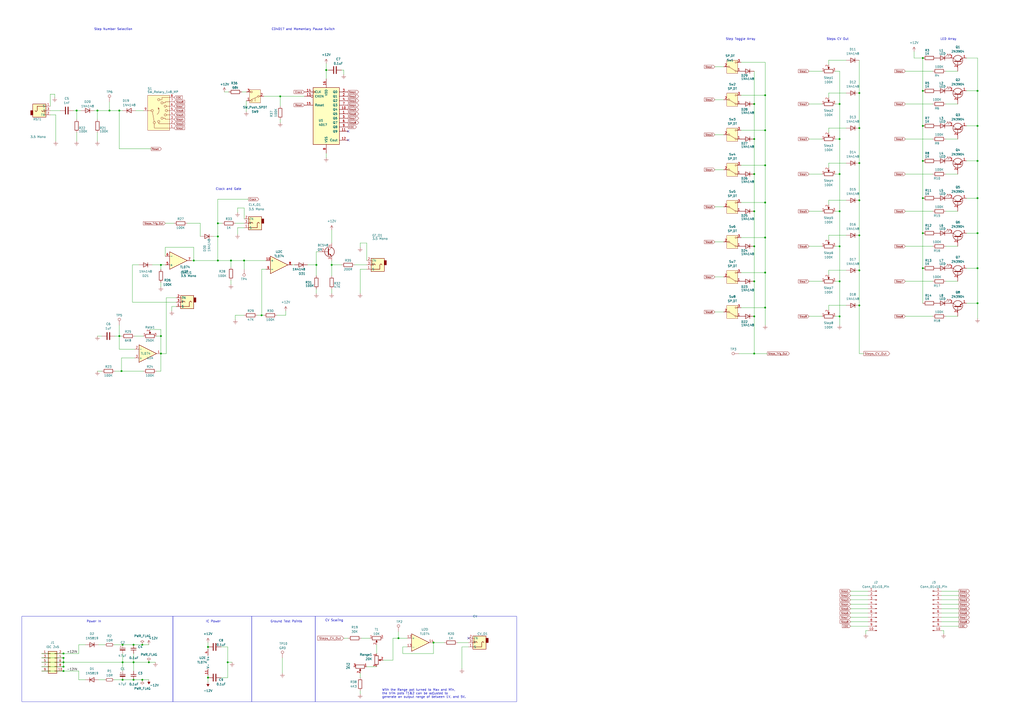
<source format=kicad_sch>
(kicad_sch (version 20230121) (generator eeschema)
  (paper "A2")
  (title_block (title "MK8 Homunculus Sequencer") (rev "v1.1"))
  (junction (at 498.475 136.525))
  (junction (at 437.515 163.195))
  (junction (at 77.47 374.015))
  (junction (at 535.305 135.255))
  (junction (at 487.045 80.645))
  (junction (at 120.65 393.065))
  (junction (at 535.305 33.655))
  (junction (at 535.305 93.345))
  (junction (at 487.045 100.965))
  (junction (at 437.515 80.645))
  (junction (at 437.515 183.515))
  (junction (at 567.055 52.705))
  (junction (at 183.515 153.67))
  (junction (at 487.045 60.325))
  (junction (at 498.475 74.295))
  (junction (at 437.515 122.555))
  (junction (at 36.83 381.635))
  (junction (at 567.055 175.895))
  (junction (at 112.395 151.13))
  (junction (at 535.305 114.935))
  (junction (at 443.865 55.245))
  (junction (at 151.765 182.88))
  (junction (at 93.345 194.945))
  (junction (at 487.045 122.555))
  (junction (at 443.865 95.885))
  (junction (at 63.5 64.135))
  (junction (at 44.45 64.135))
  (junction (at 487.045 163.195))
  (junction (at 535.305 155.575))
  (junction (at 567.055 73.025))
  (junction (at 162.56 55.88))
  (junction (at 535.305 52.705))
  (junction (at 82.55 374.015))
  (junction (at 498.475 116.205))
  (junction (at 71.12 374.015))
  (junction (at 487.045 183.515))
  (junction (at 132.08 384.175))
  (junction (at 189.23 40.64))
  (junction (at 231.14 370.205))
  (junction (at 487.045 142.875))
  (junction (at 567.055 135.255))
  (junction (at 126.365 129.54))
  (junction (at 498.475 53.975))
  (junction (at 443.865 137.795))
  (junction (at 133.985 151.13))
  (junction (at 437.515 60.325))
  (junction (at 498.475 156.845))
  (junction (at 71.12 384.175))
  (junction (at 443.865 178.435))
  (junction (at 69.215 194.945))
  (junction (at 82.55 394.335))
  (junction (at 141.605 151.13))
  (junction (at 443.865 117.475))
  (junction (at 535.305 73.025))
  (junction (at 443.865 75.565))
  (junction (at 36.83 384.175))
  (junction (at 498.475 94.615))
  (junction (at 36.83 379.095))
  (junction (at 192.405 153.67))
  (junction (at 498.475 177.165))
  (junction (at 77.47 384.175))
  (junction (at 77.47 394.335))
  (junction (at 567.055 93.345))
  (junction (at 437.515 205.105))
  (junction (at 567.055 155.575))
  (junction (at 443.865 158.115))
  (junction (at 251.46 372.745))
  (junction (at 437.515 142.875))
  (junction (at 437.515 100.965))
  (junction (at 71.12 394.335))
  (junction (at 567.055 114.935))
  (junction (at 56.515 64.135))
  (junction (at 36.83 386.715))
  (junction (at 86.36 384.175))
  (junction (at 93.345 153.67))
  (junction (at 126.365 137.16))
  (junction (at 126.365 151.13))
  (junction (at 69.215 64.135))
  (junction (at 93.345 205.105))
  (junction (at 70.485 215.265))
  (junction (at 36.83 389.255))
  (junction (at 120.65 375.285))
  (no_connect (at 201.93 81.28))
  (no_connect (at 201.93 76.2))
  (no_connect (at 271.78 370.205))
  (wire (pts (xy 178.435 153.67) (xy 183.515 153.67)))
  (wire (pts (xy 429.895 55.245) (xy 443.865 55.245)))
  (wire (pts (xy 71.12 394.335) (xy 77.47 394.335)))
  (wire (pts (xy 493.395 363.22) (xy 503.555 363.22)))
  (wire (pts (xy 493.395 358.14) (xy 503.555 358.14)))
  (wire (pts (xy 160.655 182.88) (xy 165.735 182.88)))
  (wire (pts (xy 126.365 151.13) (xy 133.985 151.13)))
  (wire (pts (xy 77.47 384.175) (xy 86.36 384.175)))
  (wire (pts (xy 493.395 355.6) (xy 503.555 355.6)))
  (wire (pts (xy 96.52 205.105) (xy 93.345 205.105)))
  (wire (pts (xy 233.68 379.095) (xy 251.46 379.095)))
  (wire (pts (xy 498.475 116.205) (xy 498.475 136.525)))
  (wire (pts (xy 70.485 215.265) (xy 83.185 215.265)))
  (wire (pts (xy 560.705 73.025) (xy 567.055 73.025)))
  (wire (pts (xy 192.405 153.67) (xy 198.12 153.67)))
  (wire (pts (xy 136.525 182.88) (xy 141.605 182.88)))
  (wire (pts (xy 493.395 353.06) (xy 503.555 353.06)))
  (wire (pts (xy 162.56 71.12) (xy 162.56 69.215)))
  (wire (pts (xy 414.655 140.335) (xy 419.735 140.335)))
  (wire (pts (xy 57.15 394.335) (xy 60.96 394.335)))
  (wire (pts (xy 429.895 158.115) (xy 443.865 158.115)))
  (wire (pts (xy 469.265 100.965) (xy 476.885 100.965)))
  (wire (pts (xy 490.855 136.525) (xy 480.695 136.525)))
  (wire (pts (xy 429.895 137.795) (xy 443.865 137.795)))
  (wire (pts (xy 36.83 384.175) (xy 71.12 384.175)))
  (wire (pts (xy 120.65 391.795) (xy 120.65 393.065)))
  (wire (pts (xy 77.47 374.015) (xy 82.55 374.015)))
  (wire (pts (xy 78.105 194.945) (xy 83.185 194.945)))
  (wire (pts (xy 493.395 342.9) (xy 503.555 342.9)))
  (wire (pts (xy 567.055 52.705) (xy 567.055 73.025)))
  (wire (pts (xy 498.475 53.975) (xy 498.475 74.295)))
  (wire (pts (xy 163.83 381.635) (xy 163.83 390.525)))
  (wire (pts (xy 414.655 120.015) (xy 419.735 120.015)))
  (wire (pts (xy 556.26 363.22) (xy 546.1 363.22)))
  (wire (pts (xy 71.12 379.095) (xy 71.12 384.175)))
  (wire (pts (xy 95.885 143.51) (xy 112.395 143.51)))
  (wire (pts (xy 208.915 400.685) (xy 208.915 402.59)))
  (wire (pts (xy 429.895 75.565) (xy 443.865 75.565)))
  (wire (pts (xy 78.74 64.135) (xy 83.185 64.135)))
  (wire (pts (xy 443.865 117.475) (xy 443.865 137.795)))
  (wire (pts (xy 231.14 370.205) (xy 236.22 370.205)))
  (wire (pts (xy 556.26 360.68) (xy 546.1 360.68)))
  (wire (pts (xy 45.72 374.015) (xy 49.53 374.015)))
  (wire (pts (xy 547.37 365.76) (xy 547.37 367.665)))
  (wire (pts (xy 525.145 100.965) (xy 541.02 100.965)))
  (wire (pts (xy 45.72 394.335) (xy 49.53 394.335)))
  (wire (pts (xy 443.865 178.435) (xy 443.865 188.595)))
  (wire (pts (xy 77.47 389.255) (xy 77.47 384.175)))
  (wire (pts (xy 414.655 160.655) (xy 419.735 160.655)))
  (wire (pts (xy 469.265 41.275) (xy 476.885 41.275)))
  (wire (pts (xy 192.405 153.67) (xy 192.405 160.02)))
  (wire (pts (xy 480.695 177.165) (xy 480.695 179.705)))
  (wire (pts (xy 128.27 393.065) (xy 132.08 393.065)))
  (wire (pts (xy 547.37 365.76) (xy 546.1 365.76)))
  (wire (pts (xy 99.695 177.8) (xy 102.235 177.8)))
  (wire (pts (xy 88.265 153.67) (xy 93.345 153.67)))
  (wire (pts (xy 205.74 153.67) (xy 212.725 153.67)))
  (wire (pts (xy 93.345 163.83) (xy 93.345 166.37)))
  (wire (pts (xy 31.75 54.61) (xy 29.21 54.61)))
  (wire (pts (xy 525.145 60.325) (xy 541.02 60.325)))
  (wire (pts (xy 469.265 80.645) (xy 476.885 80.645)))
  (wire (pts (xy 82.55 374.015) (xy 86.36 374.015)))
  (wire (pts (xy 189.23 40.64) (xy 189.23 45.72)))
  (wire (pts (xy 437.515 100.965) (xy 437.515 80.645)))
  (wire (pts (xy 36.83 379.095) (xy 45.72 379.095)))
  (wire (pts (xy 556.26 347.98) (xy 546.1 347.98)))
  (wire (pts (xy 136.525 129.54) (xy 141.605 129.54)))
  (wire (pts (xy 112.395 143.51) (xy 112.395 151.13)))
  (wire (pts (xy 93.345 215.265) (xy 93.345 205.105)))
  (wire (pts (xy 162.56 55.88) (xy 176.53 55.88)))
  (wire (pts (xy 267.97 375.285) (xy 267.97 387.985)))
  (wire (pts (xy 414.655 180.975) (xy 419.735 180.975)))
  (wire (pts (xy 130.175 53.34) (xy 132.715 53.34)))
  (wire (pts (xy 567.055 33.655) (xy 567.055 52.705)))
  (wire (pts (xy 126.365 129.54) (xy 126.365 115.57)))
  (wire (pts (xy 44.45 64.135) (xy 46.99 64.135)))
  (wire (pts (xy 102.235 175.26) (xy 76.835 175.26)))
  (wire (pts (xy 208.915 140.97) (xy 208.915 143.51)))
  (wire (pts (xy 487.045 60.325) (xy 484.505 60.325)))
  (wire (pts (xy 214.63 370.205) (xy 209.55 370.205)))
  (wire (pts (xy 556.26 358.14) (xy 546.1 358.14)))
  (wire (pts (xy 63.5 59.055) (xy 63.5 64.135)))
  (wire (pts (xy 443.865 95.885) (xy 443.865 117.475)))
  (wire (pts (xy 183.515 160.02) (xy 183.515 153.67)))
  (wire (pts (xy 141.605 120.65) (xy 137.795 120.65)))
  (wire (pts (xy 95.885 148.59) (xy 95.885 143.51)))
  (wire (pts (xy 251.46 379.095) (xy 251.46 372.745)))
  (wire (pts (xy 66.675 215.265) (xy 70.485 215.265)))
  (wire (pts (xy 469.265 60.325) (xy 476.885 60.325)))
  (wire (pts (xy 165.735 180.34) (xy 165.735 182.88)))
  (wire (pts (xy 525.145 122.555) (xy 541.02 122.555)))
  (wire (pts (xy 525.145 183.515) (xy 541.02 183.515)))
  (wire (pts (xy 36.83 384.175) (xy 36.83 386.715)))
  (wire (pts (xy 24.13 386.715) (xy 36.83 386.715)))
  (wire (pts (xy 190.5 40.64) (xy 189.23 40.64)))
  (wire (pts (xy 45.72 379.095) (xy 45.72 374.015)))
  (wire (pts (xy 484.505 122.555) (xy 487.045 122.555)))
  (wire (pts (xy 490.855 53.975) (xy 480.695 53.975)))
  (wire (pts (xy 133.985 162.56) (xy 133.985 165.1)))
  (wire (pts (xy 76.835 153.67) (xy 80.645 153.67)))
  (wire (pts (xy 535.305 52.705) (xy 535.305 73.025)))
  (wire (pts (xy 484.505 100.965) (xy 487.045 100.965)))
  (wire (pts (xy 487.045 41.275) (xy 484.505 41.275)))
  (wire (pts (xy 71.12 374.015) (xy 77.47 374.015)))
  (wire (pts (xy 437.515 80.645) (xy 437.515 60.325)))
  (wire (pts (xy 490.855 116.205) (xy 480.695 116.205)))
  (wire (pts (xy 208.915 156.21) (xy 208.915 170.18)))
  (wire (pts (xy 132.08 375.285) (xy 132.08 384.175)))
  (wire (pts (xy 112.395 151.13) (xy 126.365 151.13)))
  (wire (pts (xy 231.14 366.395) (xy 231.14 370.205)))
  (wire (pts (xy 567.055 93.345) (xy 567.055 114.935)))
  (wire (pts (xy 183.515 146.05) (xy 183.515 153.67)))
  (wire (pts (xy 29.21 64.135) (xy 34.925 64.135)))
  (wire (pts (xy 96.52 172.72) (xy 96.52 205.105)))
  (wire (pts (xy 54.61 64.135) (xy 56.515 64.135)))
  (wire (pts (xy 126.365 115.57) (xy 144.145 115.57)))
  (wire (pts (xy 443.865 158.115) (xy 443.865 178.435)))
  (wire (pts (xy 437.515 122.555) (xy 437.515 100.965)))
  (wire (pts (xy 443.865 75.565) (xy 443.865 95.885)))
  (wire (pts (xy 90.805 194.945) (xy 93.345 194.945)))
  (wire (pts (xy 212.725 140.97) (xy 208.915 140.97)))
  (wire (pts (xy 77.47 394.335) (xy 82.55 394.335)))
  (wire (pts (xy 530.225 29.845) (xy 530.225 33.655)))
  (wire (pts (xy 490.855 94.615) (xy 480.695 94.615)))
  (wire (pts (xy 44.45 69.215) (xy 44.45 64.135)))
  (wire (pts (xy 153.035 55.88) (xy 162.56 55.88)))
  (wire (pts (xy 69.215 194.945) (xy 69.215 202.565)))
  (wire (pts (xy 69.215 202.565) (xy 78.105 202.565)))
  (wire (pts (xy 530.225 33.655) (xy 535.305 33.655)))
  (wire (pts (xy 151.765 182.88) (xy 153.035 182.88)))
  (wire (pts (xy 548.64 142.875) (xy 555.625 142.875)))
  (wire (pts (xy 487.045 60.325) (xy 487.045 41.275)))
  (wire (pts (xy 95.885 129.54) (xy 100.965 129.54)))
  (wire (pts (xy 437.515 205.105) (xy 445.135 205.105)))
  (wire (pts (xy 498.475 34.925) (xy 498.475 53.975)))
  (wire (pts (xy 429.895 117.475) (xy 443.865 117.475)))
  (wire (pts (xy 535.305 155.575) (xy 535.305 175.895)))
  (wire (pts (xy 414.655 57.785) (xy 419.735 57.785)))
  (wire (pts (xy 136.525 185.42) (xy 136.525 182.88)))
  (wire (pts (xy 498.475 74.295) (xy 498.475 94.615)))
  (wire (pts (xy 437.515 183.515) (xy 437.515 163.195)))
  (wire (pts (xy 169.545 153.67) (xy 170.815 153.67)))
  (wire (pts (xy 469.265 122.555) (xy 476.885 122.555)))
  (wire (pts (xy 108.585 129.54) (xy 116.205 129.54)))
  (wire (pts (xy 134.62 384.175) (xy 132.08 384.175)))
  (wire (pts (xy 140.335 53.34) (xy 142.875 53.34)))
  (wire (pts (xy 208.915 393.065) (xy 208.915 390.525)))
  (wire (pts (xy 66.04 394.335) (xy 71.12 394.335)))
  (wire (pts (xy 162.56 61.595) (xy 162.56 55.88)))
  (wire (pts (xy 141.605 151.13) (xy 141.605 156.21)))
  (wire (pts (xy 66.675 194.945) (xy 69.215 194.945)))
  (wire (pts (xy 227.965 370.205) (xy 227.965 382.905)))
  (wire (pts (xy 469.265 183.515) (xy 476.885 183.515)))
  (wire (pts (xy 267.97 375.285) (xy 271.78 375.285)))
  (wire (pts (xy 24.13 381.635) (xy 36.83 381.635)))
  (wire (pts (xy 560.705 135.255) (xy 567.055 135.255)))
  (wire (pts (xy 123.825 137.16) (xy 126.365 137.16)))
  (wire (pts (xy 525.145 163.195) (xy 541.02 163.195)))
  (wire (pts (xy 556.26 345.44) (xy 546.1 345.44)))
  (wire (pts (xy 480.695 94.615) (xy 480.695 97.155)))
  (wire (pts (xy 116.205 129.54) (xy 116.205 137.16)))
  (wire (pts (xy 24.13 384.175) (xy 36.83 384.175)))
  (wire (pts (xy 183.515 146.05) (xy 184.785 146.05)))
  (wire (pts (xy 567.055 184.785) (xy 567.055 175.895)))
  (wire (pts (xy 137.795 120.65) (xy 137.795 123.19)))
  (wire (pts (xy 137.795 132.08) (xy 137.795 135.89)))
  (wire (pts (xy 192.405 167.64) (xy 192.405 170.18)))
  (wire (pts (xy 443.865 55.245) (xy 443.865 75.565)))
  (wire (pts (xy 490.855 74.295) (xy 480.695 74.295)))
  (wire (pts (xy 498.475 94.615) (xy 498.475 116.205)))
  (wire (pts (xy 199.39 370.205) (xy 201.93 370.205)))
  (wire (pts (xy 93.345 194.945) (xy 93.345 205.105)))
  (wire (pts (xy 548.64 100.965) (xy 555.625 100.965)))
  (wire (pts (xy 151.765 156.21) (xy 154.305 156.21)))
  (wire (pts (xy 76.835 153.67) (xy 76.835 175.26)))
  (wire (pts (xy 133.985 154.94) (xy 133.985 151.13)))
  (wire (pts (xy 32.385 66.675) (xy 32.385 81.915)))
  (wire (pts (xy 535.305 33.655) (xy 535.305 52.705)))
  (wire (pts (xy 86.995 191.135) (xy 93.345 191.135)))
  (wire (pts (xy 133.985 151.13) (xy 141.605 151.13)))
  (wire (pts (xy 93.345 153.67) (xy 93.345 156.21)))
  (wire (pts (xy 487.045 80.645) (xy 487.045 60.325)))
  (wire (pts (xy 556.26 350.52) (xy 546.1 350.52)))
  (wire (pts (xy 66.04 374.015) (xy 71.12 374.015)))
  (wire (pts (xy 469.265 163.195) (xy 476.885 163.195)))
  (wire (pts (xy 487.045 183.515) (xy 487.045 188.595)))
  (wire (pts (xy 548.64 60.325) (xy 555.625 60.325)))
  (wire (pts (xy 548.64 41.275) (xy 555.625 41.275)))
  (wire (pts (xy 198.12 40.64) (xy 199.39 40.64)))
  (wire (pts (xy 525.145 41.275) (xy 541.02 41.275)))
  (wire (pts (xy 567.055 175.895) (xy 560.705 175.895)))
  (wire (pts (xy 480.695 74.295) (xy 480.695 76.835)))
  (wire (pts (xy 212.725 151.13) (xy 212.725 140.97)))
  (wire (pts (xy 82.55 394.335) (xy 86.36 394.335)))
  (wire (pts (xy 548.64 80.645) (xy 555.625 80.645)))
  (wire (pts (xy 70.485 207.645) (xy 70.485 215.265)))
  (wire (pts (xy 236.22 375.285) (xy 233.68 375.285)))
  (wire (pts (xy 502.285 365.76) (xy 503.555 365.76)))
  (wire (pts (xy 567.055 135.255) (xy 567.055 155.575)))
  (wire (pts (xy 480.695 116.205) (xy 480.695 118.745)))
  (wire (pts (xy 480.695 34.925) (xy 490.855 34.925)))
  (wire (pts (xy 480.695 34.925) (xy 480.695 37.465)))
  (wire (pts (xy 56.515 76.835) (xy 56.515 81.915)))
  (wire (pts (xy 78.105 207.645) (xy 70.485 207.645)))
  (wire (pts (xy 149.225 182.88) (xy 151.765 182.88)))
  (wire (pts (xy 429.895 95.885) (xy 443.865 95.885)))
  (wire (pts (xy 141.605 151.13) (xy 154.305 151.13)))
  (wire (pts (xy 36.83 381.635) (xy 36.83 384.175)))
  (wire (pts (xy 525.145 80.645) (xy 541.02 80.645)))
  (wire (pts (xy 56.515 194.945) (xy 59.055 194.945)))
  (wire (pts (xy 567.055 73.025) (xy 567.055 93.345)))
  (wire (pts (xy 112.395 151.13) (xy 111.125 151.13)))
  (wire (pts (xy 56.515 215.265) (xy 59.055 215.265)))
  (wire (pts (xy 556.26 342.9) (xy 546.1 342.9)))
  (wire (pts (xy 132.08 393.065) (xy 132.08 384.175)))
  (wire (pts (xy 120.65 393.065) (xy 120.65 395.605)))
  (wire (pts (xy 480.695 136.525) (xy 480.695 139.065)))
  (wire (pts (xy 69.215 64.135) (xy 69.215 86.36)))
  (wire (pts (xy 29.21 54.61) (xy 29.21 61.595)))
  (wire (pts (xy 128.905 129.54) (xy 126.365 129.54)))
  (wire (pts (xy 480.695 53.975) (xy 480.695 56.515)))
  (wire (pts (xy 556.26 353.06) (xy 546.1 353.06)))
  (wire (pts (xy 414.655 78.105) (xy 419.735 78.105)))
  (wire (pts (xy 120.65 375.285) (xy 120.65 376.555)))
  (wire (pts (xy 443.865 36.195) (xy 443.865 55.245)))
  (wire (pts (xy 548.64 163.195) (xy 555.625 163.195)))
  (wire (pts (xy 86.36 384.175) (xy 90.17 384.175)))
  (wire (pts (xy 493.395 345.44) (xy 503.555 345.44)))
  (wire (pts (xy 102.235 172.72) (xy 96.52 172.72)))
  (wire (pts (xy 192.405 151.13) (xy 192.405 153.67)))
  (wire (pts (xy 498.475 205.105) (xy 501.015 205.105)))
  (wire (pts (xy 428.625 205.105) (xy 437.515 205.105)))
  (wire (pts (xy 142.875 58.42) (xy 142.875 64.77)))
  (wire (pts (xy 141.605 120.65) (xy 141.605 127)))
  (wire (pts (xy 493.395 350.52) (xy 503.555 350.52)))
  (wire (pts (xy 429.895 178.435) (xy 443.865 178.435)))
  (wire (pts (xy 556.26 355.6) (xy 546.1 355.6)))
  (wire (pts (xy 548.64 122.555) (xy 555.625 122.555)))
  (wire (pts (xy 487.045 100.965) (xy 487.045 80.645)))
  (wire (pts (xy 56.515 64.135) (xy 63.5 64.135)))
  (wire (pts (xy 535.305 73.025) (xy 535.305 93.345)))
  (wire (pts (xy 437.515 183.515) (xy 437.515 205.105)))
  (wire (pts (xy 535.305 114.935) (xy 535.305 135.255)))
  (wire (pts (xy 484.505 183.515) (xy 487.045 183.515)))
  (wire (pts (xy 63.5 64.135) (xy 69.215 64.135)))
  (wire (pts (xy 199.39 40.64) (xy 199.39 43.18)))
  (wire (pts (xy 71.12 384.175) (xy 71.12 389.255)))
  (wire (pts (xy 45.72 389.255) (xy 36.83 389.255)))
  (wire (pts (xy 487.045 163.195) (xy 487.045 183.515)))
  (wire (pts (xy 218.44 374.015) (xy 218.44 379.095)))
  (wire (pts (xy 498.475 136.525) (xy 498.475 156.845)))
  (wire (pts (xy 437.515 60.325) (xy 437.515 41.275)))
  (wire (pts (xy 141.605 132.08) (xy 137.795 132.08)))
  (wire (pts (xy 560.705 155.575) (xy 567.055 155.575)))
  (wire (pts (xy 69.215 188.595) (xy 69.215 194.945)))
  (wire (pts (xy 56.515 69.215) (xy 56.515 64.135)))
  (wire (pts (xy 151.765 182.88) (xy 151.765 156.21)))
  (wire (pts (xy 487.045 80.645) (xy 484.505 80.645)))
  (wire (pts (xy 567.055 114.935) (xy 567.055 135.255)))
  (wire (pts (xy 24.13 379.095) (xy 36.83 379.095)))
  (wire (pts (xy 502.285 365.76) (xy 502.285 367.665)))
  (wire (pts (xy 126.365 129.54) (xy 126.365 137.16)))
  (wire (pts (xy 560.705 52.705) (xy 567.055 52.705)))
  (wire (pts (xy 567.055 155.575) (xy 567.055 175.895)))
  (wire (pts (xy 31.75 56.515) (xy 31.75 54.61)))
  (wire (pts (xy 480.695 156.845) (xy 480.695 159.385)))
  (wire (pts (xy 42.545 64.135) (xy 44.45 64.135)))
  (wire (pts (xy 443.865 137.795) (xy 443.865 158.115)))
  (wire (pts (xy 525.145 142.875) (xy 541.02 142.875)))
  (wire (pts (xy 490.855 156.845) (xy 480.695 156.845)))
  (wire (pts (xy 212.725 156.21) (xy 208.915 156.21)))
  (wire (pts (xy 437.515 142.875) (xy 437.515 122.555)))
  (wire (pts (xy 490.855 177.165) (xy 480.695 177.165)))
  (wire (pts (xy 487.045 100.965) (xy 487.045 122.555)))
  (wire (pts (xy 437.515 163.195) (xy 437.515 142.875)))
  (wire (pts (xy 57.15 374.015) (xy 60.96 374.015)))
  (wire (pts (xy 535.305 93.345) (xy 535.305 114.935)))
  (wire (pts (xy 251.46 372.745) (xy 257.81 372.745)))
  (wire (pts (xy 69.215 64.135) (xy 71.12 64.135)))
  (wire (pts (xy 233.68 375.285) (xy 233.68 379.095)))
  (wire (pts (xy 93.345 191.135) (xy 93.345 194.945)))
  (wire (pts (xy 189.23 36.83) (xy 189.23 40.64)))
  (wire (pts (xy 90.805 215.265) (xy 93.345 215.265)))
  (wire (pts (xy 493.395 347.98) (xy 503.555 347.98)))
  (wire (pts (xy 189.23 91.44) (xy 189.23 88.9)))
  (wire (pts (xy 120.65 372.745) (xy 120.65 375.285)))
  (wire (pts (xy 99.695 180.34) (xy 99.695 177.8)))
  (wire (pts (xy 493.395 360.68) (xy 503.555 360.68)))
  (wire (pts (xy 498.475 177.165) (xy 498.475 205.105)))
  (wire (pts (xy 484.505 163.195) (xy 487.045 163.195)))
  (wire (pts (xy 212.725 386.715) (xy 218.44 386.715)))
  (wire (pts (xy 429.895 36.195) (xy 443.865 36.195)))
  (wire (pts (xy 69.215 194.945) (xy 70.485 194.945)))
  (wire (pts (xy 126.365 137.16) (xy 126.365 151.13)))
  (wire (pts (xy 560.705 93.345) (xy 567.055 93.345)))
  (wire (pts (xy 414.655 98.425) (xy 419.735 98.425)))
  (wire (pts (xy 222.25 382.905) (xy 227.965 382.905)))
  (wire (pts (xy 487.045 142.875) (xy 487.045 163.195)))
  (wire (pts (xy 498.475 156.845) (xy 498.475 177.165)))
  (wire (pts (xy 548.64 183.515) (xy 555.625 183.515)))
  (wire (pts (xy 487.045 122.555) (xy 487.045 142.875)))
  (wire (pts (xy 32.385 66.675) (xy 29.21 66.675)))
  (wire (pts (xy 227.965 370.205) (xy 231.14 370.205)))
  (wire (pts (xy 24.13 389.255) (xy 36.83 389.255)))
  (wire (pts (xy 560.705 33.655) (xy 567.055 33.655)))
  (wire (pts (xy 535.305 135.255) (xy 535.305 155.575)))
  (wire (pts (xy 45.72 394.335) (xy 45.72 389.255)))
  (wire (pts (xy 183.515 167.64) (xy 183.515 170.18)))
  (wire (pts (xy 560.705 114.935) (xy 567.055 114.935)))
  (wire (pts (xy 192.405 133.35) (xy 192.405 140.97)))
  (wire (pts (xy 128.27 375.285) (xy 132.08 375.285)))
  (wire (pts (xy 77.47 379.095) (xy 77.47 384.175)))
  (wire (pts (xy 265.43 372.745) (xy 271.78 372.745)))
  (wire (pts (xy 414.655 38.735) (xy 419.735 38.735)))
  (wire (pts (xy 44.45 76.835) (xy 44.45 81.915)))
  (wire (pts (xy 484.505 142.875) (xy 487.045 142.875)))
  (wire (pts (xy 469.265 142.875) (xy 476.885 142.875)))
  (wire (pts (xy 93.345 153.67) (xy 95.885 153.67)))
  (wire (pts (xy 69.215 86.36) (xy 87.63 86.36)))
  (wire (pts (xy 71.12 384.175) (xy 77.47 384.175)))
  (rectangle (start 12.7 357.505) (end 100.33 407.035))
  (rectangle (start 146.05 357.505) (end 182.88 407.035))
  (rectangle (start 182.88 357.505) (end 299.72 407.035))
  (rectangle (start 100.33 357.505) (end 146.05 407.035))
  (text "IC Power" (at 119.38 361.315 0) (effects (font (size 1.27 1.27)) (justify left bottom)))
  (text "Step Toggle Array" (at 421.005 23.495 0) (effects (font (size 1.27 1.27)) (justify left bottom)))
  (text "CD4017 and Momentary Pause Switch" (at 157.48 17.78 0) (effects (font (size 1.27 1.27)) (justify left bottom)))
  (text "Steps CV Out" (at 479.425 23.495 0) (effects (font (size 1.27 1.27)) (justify left bottom)))
  (text "With the Range pot turned to Max and Min,\nthe trim pots T1&2 can be adjusted to \ngenerate an output range of between 1V, and 5V." (at 221.615 405.13 0) (effects (font (size 1.27 1.27)) (justify left bottom)))
  (text "CV Scaling\n" (at 188.595 360.68 0) (effects (font (size 1.27 1.27)) (justify left bottom)))
  (text "Power In" (at 50.165 361.315 0) (effects (font (size 1.27 1.27)) (justify left bottom)))
  (text "LED Array" (at 545.465 23.495 0) (effects (font (size 1.27 1.27)) (justify left bottom)))
  (text "Clock and Gate" (at 125.095 110.49 0) (effects (font (size 1.27 1.27)) (justify left bottom)))
  (text "Ground Test Points" (at 156.845 361.315 0) (effects (font (size 1.27 1.27)) (justify left bottom)))
  (text "Step Number Selection" (at 54.61 17.78 0) (effects (font (size 1.27 1.27)) (justify left bottom)))
  (label "-12IN" (at 38.735 389.255 0))
  (label "+12IN" (at 38.735 379.095 0))
  (global_label "Step7" (shape input) (at 469.265 163.195 180) (effects (font (size 1 1))) (property "Intersheetrefs" "${INTERSHEET_REFS}" (effects hide)))
  (global_label "Step7" (shape output) (at 556.26 358.14 0) (effects (font (size 1 1))) (property "Intersheetrefs" "${INTERSHEET_REFS}" (effects hide)))
  (global_label "EOC" (shape output) (at 556.26 363.22 0) (effects (font (size 1 1))) (property "Intersheetrefs" "${INTERSHEET_REFS}" (effects hide)))
  (global_label "Step8" (shape output) (at 556.26 360.68 0) (effects (font (size 1 1))) (property "Intersheetrefs" "${INTERSHEET_REFS}" (effects hide)))
  (global_label "Step3" (shape input) (at 525.145 80.645 180) (effects (font (size 1 1))) (property "Intersheetrefs" "${INTERSHEET_REFS}" (effects hide)))
  (global_label "Step7" (shape output) (at 201.93 68.58 0) (effects (font (size 1 1))) (property "Intersheetrefs" "${INTERSHEET_REFS}" (effects hide)))
  (global_label "Steps_CV_Out" (shape output) (at 501.015 205.105 0) (property "Intersheetrefs" "${INTERSHEET_REFS}" (effects hide)))
  (global_label "Step8" (shape input) (at 414.655 180.975 180) (effects (font (size 1 1))) (property "Intersheetrefs" "${INTERSHEET_REFS}" (effects hide)))
  (global_label "Step4" (shape input) (at 100.965 69.215 0) (effects (font (size 1 1))) (property "Intersheetrefs" "${INTERSHEET_REFS}" (effects hide)))
  (global_label "Step4" (shape input) (at 414.655 98.425 180) (effects (font (size 1 1))) (property "Intersheetrefs" "${INTERSHEET_REFS}" (effects hide)))
  (global_label "Steps_Trig_Out" (shape output) (at 445.135 205.105 0) (effects (font (size 1 1))) (property "Intersheetrefs" "${INTERSHEET_REFS}" (effects hide)))
  (global_label "Step2" (shape input) (at 469.265 60.325 180) (effects (font (size 1 1))) (property "Intersheetrefs" "${INTERSHEET_REFS}" (effects hide)))
  (global_label "Step6" (shape input) (at 414.655 140.335 180) (effects (font (size 1 1))) (property "Intersheetrefs" "${INTERSHEET_REFS}" (effects hide)))
  (global_label "Step3" (shape output) (at 201.93 58.42 0) (effects (font (size 1 1))) (property "Intersheetrefs" "${INTERSHEET_REFS}" (effects hide)))
  (global_label "Step5" (shape input) (at 100.965 66.675 0) (effects (font (size 1 1))) (property "Intersheetrefs" "${INTERSHEET_REFS}" (effects hide)))
  (global_label "Step3" (shape input) (at 414.655 78.105 180) (effects (font (size 1 1))) (property "Intersheetrefs" "${INTERSHEET_REFS}" (effects hide)))
  (global_label "Step5" (shape input) (at 525.145 122.555 180) (effects (font (size 1 1))) (property "Intersheetrefs" "${INTERSHEET_REFS}" (effects hide)))
  (global_label "Reset" (shape input) (at 176.53 60.96 180) (effects (font (size 1 1))) (property "Intersheetrefs" "${INTERSHEET_REFS}" (effects hide)))
  (global_label "Step2" (shape input) (at 525.145 60.325 180) (effects (font (size 1 1))) (property "Intersheetrefs" "${INTERSHEET_REFS}" (effects hide)))
  (global_label "Step6" (shape input) (at 469.265 142.875 180) (effects (font (size 1 1))) (property "Intersheetrefs" "${INTERSHEET_REFS}" (effects hide)))
  (global_label "Step7" (shape input) (at 525.145 163.195 180) (effects (font (size 1 1))) (property "Intersheetrefs" "${INTERSHEET_REFS}" (effects hide)))
  (global_label "Clock" (shape input) (at 176.53 53.34 180) (effects (font (size 1 1))) (property "Intersheetrefs" "${INTERSHEET_REFS}" (effects hide)))
  (global_label "Step5" (shape output) (at 201.93 63.5 0) (effects (font (size 1 1))) (property "Intersheetrefs" "${INTERSHEET_REFS}" (effects hide)))
  (global_label "Step4" (shape input) (at 525.145 100.965 180) (effects (font (size 1 1))) (property "Intersheetrefs" "${INTERSHEET_REFS}" (effects hide)))
  (global_label "Clock" (shape output) (at 144.145 115.57 0) (effects (font (size 1 1))) (property "Intersheetrefs" "${INTERSHEET_REFS}" (effects hide)))
  (global_label "Step1" (shape input) (at 493.395 342.9 180) (effects (font (size 1 1))) (property "Intersheetrefs" "${INTERSHEET_REFS}" (effects hide)))
  (global_label "Step4" (shape output) (at 201.93 60.96 0) (effects (font (size 1 1))) (property "Intersheetrefs" "${INTERSHEET_REFS}" (effects hide)))
  (global_label "Step2" (shape input) (at 100.965 74.295 0) (effects (font (size 1 1))) (property "Intersheetrefs" "${INTERSHEET_REFS}" (effects hide)))
  (global_label "Step5" (shape input) (at 493.395 353.06 180) (effects (font (size 1 1))) (property "Intersheetrefs" "${INTERSHEET_REFS}" (effects hide)))
  (global_label "Step8" (shape input) (at 493.395 360.68 180) (effects (font (size 1 1))) (property "Intersheetrefs" "${INTERSHEET_REFS}" (effects hide)))
  (global_label "Steps_Trig_Out" (shape input) (at 95.885 129.54 180) (effects (font (size 1 1))) (property "Intersheetrefs" "${INTERSHEET_REFS}" (effects hide)))
  (global_label "Step6" (shape input) (at 100.965 64.135 0) (effects (font (size 1 1))) (property "Intersheetrefs" "${INTERSHEET_REFS}" (effects hide)))
  (global_label "Step3" (shape input) (at 100.965 71.755 0) (effects (font (size 1 1))) (property "Intersheetrefs" "${INTERSHEET_REFS}" (effects hide)))
  (global_label "Step1" (shape output) (at 556.26 342.9 0) (effects (font (size 1 1))) (property "Intersheetrefs" "${INTERSHEET_REFS}" (effects hide)))
  (global_label "Step6" (shape output) (at 556.26 355.6 0) (effects (font (size 1 1))) (property "Intersheetrefs" "${INTERSHEET_REFS}" (effects hide)))
  (global_label "Step5" (shape output) (at 556.26 353.06 0) (effects (font (size 1 1))) (property "Intersheetrefs" "${INTERSHEET_REFS}" (effects hide)))
  (global_label "Step1" (shape input) (at 414.655 38.735 180) (effects (font (size 1 1))) (property "Intersheetrefs" "${INTERSHEET_REFS}" (effects hide)))
  (global_label "Step6" (shape output) (at 201.93 66.04 0) (effects (font (size 1 1))) (property "Intersheetrefs" "${INTERSHEET_REFS}" (effects hide)))
  (global_label "Step4" (shape input) (at 493.395 350.52 180) (effects (font (size 1 1))) (property "Intersheetrefs" "${INTERSHEET_REFS}" (effects hide)))
  (global_label "Step3" (shape input) (at 469.265 80.645 180) (effects (font (size 1 1))) (property "Intersheetrefs" "${INTERSHEET_REFS}" (effects hide)))
  (global_label "EOC" (shape input) (at 100.965 56.515 0) (effects (font (size 1 1))) (property "Intersheetrefs" "${INTERSHEET_REFS}" (effects hide)))
  (global_label "Step6" (shape input) (at 493.395 355.6 180) (effects (font (size 1 1))) (property "Intersheetrefs" "${INTERSHEET_REFS}" (effects hide)))
  (global_label "Step6" (shape input) (at 525.145 142.875 180) (effects (font (size 1 1))) (property "Intersheetrefs" "${INTERSHEET_REFS}" (effects hide)))
  (global_label "Step4" (shape input) (at 469.265 100.965 180) (effects (font (size 1 1))) (property "Intersheetrefs" "${INTERSHEET_REFS}" (effects hide)))
  (global_label "Steps_CV_Out" (shape input) (at 199.39 370.205 180) (property "Intersheetrefs" "${INTERSHEET_REFS}" (effects hide)))
  (global_label "EOC" (shape input) (at 493.395 363.22 180) (effects (font (size 1 1))) (property "Intersheetrefs" "${INTERSHEET_REFS}" (effects hide)))
  (global_label "Step7" (shape input) (at 493.395 358.14 180) (effects (font (size 1 1))) (property "Intersheetrefs" "${INTERSHEET_REFS}" (effects hide)))
  (global_label "Step7" (shape input) (at 414.655 160.655 180) (effects (font (size 1 1))) (property "Intersheetrefs" "${INTERSHEET_REFS}" (effects hide)))
  (global_label "Step1" (shape input) (at 525.145 41.275 180) (effects (font (size 1 1))) (property "Intersheetrefs" "${INTERSHEET_REFS}" (effects hide)))
  (global_label "Step7" (shape input) (at 100.965 61.595 0) (effects (font (size 1 1))) (property "Intersheetrefs" "${INTERSHEET_REFS}" (effects hide)))
  (global_label "Step1" (shape input) (at 469.265 41.275 180) (effects (font (size 1 1))) (property "Intersheetrefs" "${INTERSHEET_REFS}" (effects hide)))
  (global_label "Step2" (shape output) (at 201.93 55.88 0) (effects (font (size 1 1))) (property "Intersheetrefs" "${INTERSHEET_REFS}" (effects hide)))
  (global_label "Step2" (shape input) (at 493.395 345.44 180) (effects (font (size 1 1))) (property "Intersheetrefs" "${INTERSHEET_REFS}" (effects hide)))
  (global_label "Step2" (shape output) (at 556.26 345.44 0) (effects (font (size 1 1))) (property "Intersheetrefs" "${INTERSHEET_REFS}" (effects hide)))
  (global_label "Step3" (shape input) (at 493.395 347.98 180) (effects (font (size 1 1))) (property "Intersheetrefs" "${INTERSHEET_REFS}" (effects hide)))
  (global_label "Step4" (shape output) (at 556.26 350.52 0) (effects (font (size 1 1))) (property "Intersheetrefs" "${INTERSHEET_REFS}" (effects hide)))
  (global_label "Step2" (shape input) (at 414.655 57.785 180) (effects (font (size 1 1))) (property "Intersheetrefs" "${INTERSHEET_REFS}" (effects hide)))
  (global_label "Step8" (shape input) (at 469.265 183.515 180) (effects (font (size 1 1))) (property "Intersheetrefs" "${INTERSHEET_REFS}" (effects hide)))
  (global_label "Step8" (shape output) (at 201.93 71.12 0) (effects (font (size 1 1))) (property "Intersheetrefs" "${INTERSHEET_REFS}" (effects hide)))
  (global_label "EOC" (shape output) (at 201.93 73.66 0) (effects (font (size 1 1))) (property "Intersheetrefs" "${INTERSHEET_REFS}" (effects hide)))
  (global_label "Step8" (shape input) (at 100.965 59.055 0) (effects (font (size 1 1))) (property "Intersheetrefs" "${INTERSHEET_REFS}" (effects hide)))
  (global_label "Step1" (shape output) (at 201.93 53.34 0) (effects (font (size 1 1))) (property "Intersheetrefs" "${INTERSHEET_REFS}" (effects hide)))
  (global_label "Step5" (shape input) (at 469.265 122.555 180) (effects (font (size 1 1))) (property "Intersheetrefs" "${INTERSHEET_REFS}" (effects hide)))
  (global_label "Step5" (shape input) (at 414.655 120.015 180) (effects (font (size 1 1))) (property "Intersheetrefs" "${INTERSHEET_REFS}" (effects hide)))
  (global_label "Step8" (shape input) (at 525.145 183.515 180) (effects (font (size 1 1))) (property "Intersheetrefs" "${INTERSHEET_REFS}" (effects hide)))
  (global_label "Step3" (shape output) (at 556.26 347.98 0) (effects (font (size 1 1))) (property "Intersheetrefs" "${INTERSHEET_REFS}" (effects hide)))
  (global_label "Reset" (shape output) (at 87.63 86.36 0) (effects (font (size 1 1))) (property "Intersheetrefs" "${INTERSHEET_REFS}" (effects hide)))
  (symbol (lib_id "Device:LED") (at 546.735 73.025 180) (unit 1)
    (property "Reference" "L3" (at 546.1 68.58 0))
    (property "Value" "LED" (at 546.735 70.485 0))
    (property "Footprint" "LED_THT:LED_D3.0mm" (effects hide))
  )
  (symbol (lib_id "Amplifier_Operational:TL074") (at 103.505 151.13 0) (mirror x) (unit 2)
    (property "Reference" "U2" (at 107.315 157.48 0))
    (property "Value" "TL074" (at 107.315 154.94 0))
    (property "Footprint" "Package_DIP:DIP-14_W7.62mm" (effects hide))
    (property "Datasheet" "http://www.ti.com/lit/ds/symlink/tl071.pdf" (effects hide))
  )
  (symbol (lib_id "Amplifier_Operational:TL074") (at 243.84 372.745 0) (unit 4)
    (property "Reference" "U2" (at 246.38 365.125 0))
    (property "Value" "TL074" (at 246.38 367.665 0))
    (property "Footprint" "Package_DIP:DIP-14_W7.62mm" (effects hide))
    (property "Datasheet" "http://www.ti.com/lit/ds/symlink/tl071.pdf" (effects hide))
  )
  (symbol (lib_id "Switch:SW_Push_SPDT") (at 147.955 55.88 180) (unit 1)
    (property "Reference" "SW9" (at 147.955 64.77 0))
    (property "Value" "SW_Push_SPDT" (at 147.955 62.23 0))
    (property "Footprint" "My_Library:SPDT_Momentary" (effects hide))
  )
  (symbol (lib_id "Diode:1N4148") (at 494.665 53.975 180) (unit 1)
    (property "Reference" "D12" (at 494.665 47.625 0))
    (property "Value" "1N4148" (at 494.665 50.165 0))
    (property "Footprint" "Diode_THT:D_DO-35_SOD27_P7.62mm_Horizontal" (effects hide))
    (property "Datasheet" "https://assets.nexperia.com/documents/data-sheet/1N4148_1N4448.pdf" (effects hide))
    (property "Sim.Device" "D" (effects hide))
    (property "Sim.Pins" "1=K 2=A" (effects hide))
  )
  (symbol (lib_id "Device:R_Potentiometer") (at 480.695 163.195 90) (unit 1)
    (property "Reference" "Step7" (at 480.695 167.005 90))
    (property "Value" "100K" (at 480.695 169.545 90))
    (property "Footprint" "My_Library:Potentiometer_Alpha_RD901F-40-00D_Single_Vertical" (effects hide))
  )
  (symbol (lib_id "Diode:1N4148") (at 494.665 34.925 180) (unit 1)
    (property "Reference" "D11" (at 494.665 28.575 0))
    (property "Value" "1N4148" (at 494.665 31.115 0))
    (property "Footprint" "Diode_THT:D_DO-35_SOD27_P7.62mm_Horizontal" (effects hide))
    (property "Datasheet" "https://assets.nexperia.com/documents/data-sheet/1N4148_1N4448.pdf" (effects hide))
    (property "Sim.Device" "D" (effects hide))
    (property "Sim.Pins" "1=K 2=A" (effects hide))
  )
  (symbol (lib_id "4xxx:4017") (at 189.23 66.04 0) (unit 1)
    (property "Reference" "U1" (at 184.785 69.85 0) (effects (justify left)))
    (property "Value" "4017" (at 184.785 72.39 0) (effects (justify left)))
    (property "Footprint" "Package_DIP:DIP-16_W7.62mm" (effects hide))
    (property "Datasheet" "http://www.intersil.com/content/dam/Intersil/documents/cd40/cd4017bms-22bms.pdf" (effects hide))
  )
  (symbol (lib_id "power:Earth") (at 162.56 71.12 0) (unit 1)
    (property "Reference" "#PWR035" (effects hide))
    (property "Value" "Earth" (effects hide))
  )
  (symbol (lib_id "Switch:SW_SPDT") (at 424.815 38.735 0) (mirror x) (unit 1)
    (property "Reference" "Sw1" (at 423.545 34.925 0))
    (property "Value" "SP,DT" (at 423.545 32.385 0))
    (property "Footprint" "My_Library:SPDT ON-ON sw" (effects hide))
  )
  (symbol (lib_id "Device:R") (at 145.415 182.88 90) (unit 1)
    (property "Reference" "R29" (at 145.415 180.34 90))
    (property "Value" "47K" (at 145.415 185.42 90))
    (property "Footprint" "Resistor_THT:R_Axial_DIN0207_L6.3mm_D2.5mm_P2.54mm_Vertical" (effects hide))
  )
  (symbol (lib_id "Diode:1N4148") (at 433.705 142.875 180) (unit 1)
    (property "Reference" "D24" (at 431.8 145.415 0))
    (property "Value" "1N4148" (at 433.705 147.32 0))
    (property "Footprint" "Diode_THT:D_DO-35_SOD27_P7.62mm_Horizontal" (effects hide))
    (property "Datasheet" "https://assets.nexperia.com/documents/data-sheet/1N4148_1N4448.pdf" (effects hide))
    (property "Sim.Device" "D" (effects hide))
    (property "Sim.Pins" "1=K 2=A" (effects hide))
  )
  (symbol (lib_id "Device:R") (at 208.915 396.875 180) (unit 1)
    (property "Reference" "R38" (at 205.105 395.605 0))
    (property "Value" "4K3" (at 205.105 398.145 0))
    (property "Footprint" "Resistor_THT:R_Axial_DIN0207_L6.3mm_D2.5mm_P2.54mm_Vertical" (effects hide))
  )
  (symbol (lib_id "Device:R") (at 544.83 60.325 90) (unit 1)
    (property "Reference" "R6" (at 543.56 62.865 90))
    (property "Value" "100K" (at 543.56 57.785 90))
    (property "Footprint" "Resistor_THT:R_Axial_DIN0207_L6.3mm_D2.5mm_P2.54mm_Vertical" (effects hide))
  )
  (symbol (lib_id "Device:LED") (at 546.735 175.895 180) (unit 1)
    (property "Reference" "L8" (at 546.1 171.45 0))
    (property "Value" "LED" (at 546.735 173.355 0))
    (property "Footprint" "LED_THT:LED_D3.0mm" (effects hide))
  )
  (symbol (lib_id "Device:R") (at 74.295 194.945 90) (mirror x) (unit 1)
    (property "Reference" "R25" (at 74.295 192.405 90))
    (property "Value" "6K8" (at 74.295 197.485 90))
    (property "Footprint" "Resistor_THT:R_Axial_DIN0207_L6.3mm_D2.5mm_P2.54mm_Vertical" (effects hide))
  )
  (symbol (lib_id "Device:R") (at 544.83 100.965 90) (unit 1)
    (property "Reference" "R10" (at 543.56 103.505 90))
    (property "Value" "100K" (at 544.83 98.425 90))
    (property "Footprint" "Resistor_THT:R_Axial_DIN0207_L6.3mm_D2.5mm_P2.54mm_Vertical" (effects hide))
  )
  (symbol (lib_id "Switch:SW_SPDT") (at 424.815 57.785 0) (mirror x) (unit 1)
    (property "Reference" "Sw2" (at 424.815 48.895 0))
    (property "Value" "SP,DT" (at 424.815 51.435 0))
    (property "Footprint" "My_Library:SPDT ON-ON sw" (effects hide))
  )
  (symbol (lib_id "My_Symbols:3.5mm_Switched_Mono_Jack") (at 24.13 69.215 0) (unit 1)
    (property "Reference" "RST1" (at 24.13 69.215 0) (effects (justify right)))
    (property "Value" "3.5 Mono" (at 26.67 79.375 0) (effects (justify right)))
    (property "Footprint" "Connector_PinSocket_1.27mm:PinSocket_1x03_P1.27mm_Vertical" (effects hide))
  )
  (symbol (lib_id "Device:R") (at 62.865 215.265 90) (mirror x) (unit 1)
    (property "Reference" "R23" (at 62.865 212.725 90))
    (property "Value" "100K" (at 62.865 217.805 90))
    (property "Footprint" "Resistor_THT:R_Axial_DIN0207_L6.3mm_D2.5mm_P2.54mm_Vertical" (effects hide))
  )
  (symbol (lib_id "Diode:1N4148") (at 433.705 80.645 180) (unit 1)
    (property "Reference" "D27" (at 431.8 83.185 0))
    (property "Value" "1N4148" (at 433.705 85.09 0))
    (property "Footprint" "Diode_THT:D_DO-35_SOD27_P7.62mm_Horizontal" (effects hide))
    (property "Datasheet" "https://assets.nexperia.com/documents/data-sheet/1N4148_1N4448.pdf" (effects hide))
    (property "Sim.Device" "D" (effects hide))
    (property "Sim.Pins" "1=K 2=A" (effects hide))
  )
  (symbol (lib_id "Device:R") (at 132.715 129.54 90) (unit 1)
    (property "Reference" "R33" (at 132.715 127 90))
    (property "Value" "1K" (at 132.715 132.08 90))
    (property "Footprint" "Resistor_THT:R_Axial_DIN0207_L6.3mm_D2.5mm_P2.54mm_Vertical" (effects hide))
  )
  (symbol (lib_id "Switch:SW_SPDT") (at 424.815 180.975 0) (mirror x) (unit 1)
    (property "Reference" "Sw8" (at 424.815 172.085 0))
    (property "Value" "SP,DT" (at 424.815 174.625 0))
    (property "Footprint" "My_Library:SPDT ON-ON sw" (effects hide))
  )
  (symbol (lib_id "power:+12V") (at 189.23 36.83 0) (unit 1)
    (property "Reference" "#PWR034" (effects hide))
    (property "Value" "+12V" (at 189.23 31.75 0))
  )
  (symbol (lib_id "Device:R") (at 544.83 142.875 90) (unit 1)
    (property "Reference" "R16" (at 543.56 145.415 90))
    (property "Value" "100K" (at 543.56 140.335 90))
    (property "Footprint" "Resistor_THT:R_Axial_DIN0207_L6.3mm_D2.5mm_P2.54mm_Vertical" (effects hide))
  )
  (symbol (lib_id "Device:R") (at 183.515 163.83 0) (unit 1)
    (property "Reference" "R31" (at 179.07 163.83 0))
    (property "Value" "100K" (at 179.705 165.735 0))
    (property "Footprint" "Resistor_THT:R_Axial_DIN0207_L6.3mm_D2.5mm_P2.54mm_Vertical" (effects hide))
  )
  (symbol (lib_id "Diode:1N4148") (at 494.665 156.845 180) (unit 1)
    (property "Reference" "D17" (at 494.665 150.495 0))
    (property "Value" "1N4148" (at 494.665 153.035 0))
    (property "Footprint" "Diode_THT:D_DO-35_SOD27_P7.62mm_Horizontal" (effects hide))
    (property "Datasheet" "https://assets.nexperia.com/documents/data-sheet/1N4148_1N4448.pdf" (effects hide))
    (property "Sim.Device" "D" (effects hide))
    (property "Sim.Pins" "1=K 2=A" (effects hide))
  )
  (symbol (lib_id "power:Earth") (at 567.055 184.785 0) (unit 1)
    (property "Reference" "#PWR012" (effects hide))
    (property "Value" "Earth" (effects hide))
  )
  (symbol (lib_id "Device:R_Small") (at 63.5 394.335 90) (unit 1)
    (property "Reference" "R1" (at 63.5 389.255 90))
    (property "Value" "10R" (at 63.5 391.795 90))
    (property "Footprint" "Resistor_THT:R_Axial_DIN0207_L6.3mm_D2.5mm_P2.54mm_Vertical" (effects hide))
  )
  (symbol (lib_id "Connector_Generic:Conn_02x05_Odd_Even") (at 29.21 384.175 0) (unit 1)
    (property "Reference" "J1" (at 30.48 372.745 0))
    (property "Value" "IDC 2x5" (at 30.48 375.285 0))
    (property "Footprint" "My_Library:Eurorack Power (IDC p=2.54)_Text" (effects hide))
  )
  (symbol (lib_id "Device:C_Polarized_Small") (at 71.12 391.795 0) (unit 1)
    (property "Reference" "C1" (at 69.85 387.985 0) (effects (justify left)))
    (property "Value" "47uF" (at 68.58 396.875 0) (effects (justify left)))
    (property "Footprint" "Capacitor_THT:CP_Radial_D5.0mm_P2.50mm" (effects hide))
  )
  (symbol (lib_id "My_Symbols:3.5mm_Switched_Mono_Jack") (at 107.315 170.18 180) (unit 1)
    (property "Reference" "CLK_I1" (at 104.775 158.115 0) (effects (justify right)))
    (property "Value" "3.5 Mono" (at 104.775 160.02 0) (effects (justify right)))
    (property "Footprint" "Connector_PinSocket_1.27mm:PinSocket_1x03_P1.27mm_Vertical" (effects hide))
  )
  (symbol (lib_id "Diode:1N4148") (at 50.8 64.135 0) (mirror y) (unit 1)
    (property "Reference" "D20" (at 50.8 59.055 0))
    (property "Value" "1N4148" (at 50.8 61.595 0))
    (property "Footprint" "Diode_THT:D_DO-35_SOD27_P7.62mm_Horizontal" (effects hide))
    (property "Datasheet" "https://assets.nexperia.com/documents/data-sheet/1N4148_1N4448.pdf" (effects hide))
    (property "Sim.Device" "D" (effects hide))
    (property "Sim.Pins" "1=K 2=A" (effects hide))
  )
  (symbol (lib_id "Transistor_BJT:2N3904") (at 555.625 75.565 90) (unit 1)
    (property "Reference" "Q3" (at 555.625 66.675 90))
    (property "Value" "2N3904" (at 555.625 69.215 90))
    (property "Footprint" "Package_TO_SOT_THT:TO-92_Inline" (effects hide))
    (property "Datasheet" "https://www.onsemi.com/pub/Collateral/2N3903-D.PDF" (effects hide))
  )
  (symbol (lib_id "Diode:1N4148") (at 433.705 122.555 180) (unit 1)
    (property "Reference" "D25" (at 431.8 125.095 0))
    (property "Value" "1N4148" (at 433.705 127 0))
    (property "Footprint" "Diode_THT:D_DO-35_SOD27_P7.62mm_Horizontal" (effects hide))
    (property "Datasheet" "https://assets.nexperia.com/documents/data-sheet/1N4148_1N4448.pdf" (effects hide))
    (property "Sim.Device" "D" (effects hide))
    (property "Sim.Pins" "1=K 2=A" (effects hide))
  )
  (symbol (lib_id "Device:R") (at 544.83 183.515 90) (unit 1)
    (property "Reference" "R18" (at 543.56 186.055 90))
    (property "Value" "100K" (at 544.83 180.975 90))
    (property "Footprint" "Resistor_THT:R_Axial_DIN0207_L6.3mm_D2.5mm_P2.54mm_Vertical" (effects hide))
  )
  (symbol (lib_id "Diode:1N4148") (at 53.34 374.015 180) (unit 1)
    (property "Reference" "D2" (at 53.34 367.665 0))
    (property "Value" "1N5819" (at 53.34 370.205 0))
    (property "Footprint" "Diode_THT:D_DO-35_SOD27_P7.62mm_Horizontal" (effects hide))
    (property "Datasheet" "https://assets.nexperia.com/documents/data-sheet/1N4148_1N4448.pdf" (effects hide))
    (property "Sim.Device" "D" (effects hide))
    (property "Sim.Pins" "1=K 2=A" (effects hide))
  )
  (symbol (lib_id "Diode:1N4148") (at 74.93 64.135 0) (mirror x) (unit 1)
    (property "Reference" "D19" (at 73.025 58.42 0))
    (property "Value" "1N4148" (at 74.93 60.96 0))
    (property "Footprint" "Diode_THT:D_DO-35_SOD27_P7.62mm_Horizontal" (effects hide))
    (property "Datasheet" "https://assets.nexperia.com/documents/data-sheet/1N4148_1N4448.pdf" (effects hide))
    (property "Sim.Device" "D" (effects hide))
    (property "Sim.Pins" "1=K 2=A" (effects hide))
  )
  (symbol (lib_id "power:+12V") (at 120.65 372.745 0) (unit 1)
    (property "Reference" "#PWR031" (effects hide))
    (property "Value" "+12V" (at 120.65 367.665 0))
  )
  (symbol (lib_id "Device:R") (at 205.74 370.205 90) (unit 1)
    (property "Reference" "R19" (at 205.74 363.855 90))
    (property "Value" "30K" (at 205.74 366.395 90))
    (property "Footprint" "Resistor_THT:R_Axial_DIN0207_L6.3mm_D2.5mm_P15.24mm_Horizontal" (effects hide))
  )
  (symbol (lib_id "power:+12V") (at 165.735 180.34 0) (unit 1)
    (property "Reference" "#PWR021" (effects hide))
    (property "Value" "+12V" (at 165.735 175.26 0))
  )
  (symbol (lib_id "My_Symbols:3.5mm_Switched_Mono_Jack") (at 146.685 124.46 180) (unit 1)
    (property "Reference" "CLK_O1" (at 144.145 118.745 0) (effects (justify right)))
    (property "Value" "3.5 Mono" (at 144.145 121.285 0) (effects (justify right)))
    (property "Footprint" "Connector_PinSocket_1.27mm:PinSocket_1x03_P1.27mm_Vertical" (effects hide))
  )
  (symbol (lib_id "Transistor_BJT:2N3904") (at 555.625 36.195 90) (unit 1)
    (property "Reference" "Q1" (at 555.625 27.305 90))
    (property "Value" "2N3904" (at 555.625 29.845 90))
    (property "Footprint" "Package_TO_SOT_THT:TO-92_Inline" (effects hide))
    (property "Datasheet" "https://www.onsemi.com/pub/Collateral/2N3903-D.PDF" (effects hide))
  )
  (symbol (lib_id "Device:R") (at 539.115 135.255 90) (unit 1)
    (property "Reference" "R12" (at 538.48 130.81 90))
    (property "Value" "1K" (at 537.845 132.715 90))
    (property "Footprint" "Resistor_THT:R_Axial_DIN0207_L6.3mm_D2.5mm_P2.54mm_Vertical" (effects hide))
  )
  (symbol (lib_id "Switch:SW_SPDT") (at 424.815 140.335 0) (mirror x) (unit 1)
    (property "Reference" "Sw6" (at 424.815 131.445 0))
    (property "Value" "SP,DT" (at 424.815 133.985 0))
    (property "Footprint" "My_Library:SPDT ON-ON sw" (effects hide))
  )
  (symbol (lib_id "Device:LED") (at 546.735 33.655 180) (unit 1)
    (property "Reference" "L1" (at 546.1 29.21 0))
    (property "Value" "LED" (at 546.735 31.115 0))
    (property "Footprint" "LED_THT:LED_D3.0mm" (effects hide))
  )
  (symbol (lib_id "Device:LED") (at 546.735 114.935 180) (unit 1)
    (property "Reference" "L5" (at 546.1 110.49 0))
    (property "Value" "LED" (at 546.735 112.395 0))
    (property "Footprint" "LED_THT:LED_D3.0mm" (effects hide))
  )
  (symbol (lib_id "power:Earth") (at 90.17 384.175 0) (unit 1)
    (property "Reference" "#PWR03" (effects hide))
    (property "Value" "Earth" (effects hide))
  )
  (symbol (lib_id "Device:R") (at 93.345 160.02 0) (unit 1)
    (property "Reference" "R26" (at 97.155 162.56 0))
    (property "Value" "100K" (at 97.155 165.1 0))
    (property "Footprint" "Resistor_THT:R_Axial_DIN0207_L6.3mm_D2.5mm_P2.54mm_Vertical" (effects hide))
  )
  (symbol (lib_id "power:Earth") (at 208.915 170.18 0) (unit 1)
    (property "Reference" "#PWR028" (effects hide))
    (property "Value" "Earth" (effects hide))
  )
  (symbol (lib_id "Transistor_BJT:2N3904") (at 555.625 137.795 90) (unit 1)
    (property "Reference" "Q6" (at 555.625 128.905 90))
    (property "Value" "2N3904" (at 555.625 131.445 90))
    (property "Footprint" "Package_TO_SOT_THT:TO-92_Inline" (effects hide))
    (property "Datasheet" "https://www.onsemi.com/pub/Collateral/2N3903-D.PDF" (effects hide))
  )
  (symbol (lib_id "power:Earth") (at 208.915 402.59 0) (unit 1)
    (property "Reference" "#PWR014" (effects hide))
    (property "Value" "Earth" (effects hide))
  )
  (symbol (lib_id "Diode:1N4148") (at 433.705 163.195 180) (unit 1)
    (property "Reference" "D23" (at 431.8 166.37 0))
    (property "Value" "1N4148" (at 433.705 168.275 0))
    (property "Footprint" "Diode_THT:D_DO-35_SOD27_P7.62mm_Horizontal" (effects hide))
    (property "Datasheet" "https://assets.nexperia.com/documents/data-sheet/1N4148_1N4448.pdf" (effects hide))
    (property "Sim.Device" "D" (effects hide))
    (property "Sim.Pins" "1=K 2=A" (effects hide))
  )
  (symbol (lib_id "power:Earth") (at 32.385 81.915 0) (mirror y) (unit 1)
    (property "Reference" "#PWR07" (effects hide))
    (property "Value" "Earth" (effects hide))
  )
  (symbol (lib_id "power:Earth") (at 31.75 56.515 0) (mirror y) (unit 1)
    (property "Reference" "#PWR032" (effects hide))
    (property "Value" "Earth" (effects hide))
  )
  (symbol (lib_id "Device:C_Polarized_Small") (at 71.12 376.555 0) (unit 1)
    (property "Reference" "C2" (at 69.85 372.745 0) (effects (justify left)))
    (property "Value" "47uF" (at 68.58 380.365 0) (effects (justify left)))
    (property "Footprint" "Capacitor_THT:CP_Radial_D5.0mm_P2.50mm" (effects hide))
  )
  (symbol (lib_id "power:Earth") (at 487.045 188.595 0) (unit 1)
    (property "Reference" "#PWR013" (effects hide))
    (property "Value" "Earth" (effects hide))
  )
  (symbol (lib_id "Connector:TestPoint") (at 69.215 188.595 0) (unit 1)
    (property "Reference" "TP5" (at 67.31 182.88 0) (effects (justify left)))
    (property "Value" "D" (effects hide))
    (property "Footprint" "TestPoint:TestPoint_Pad_D1.5mm" (effects hide))
  )
  (symbol (lib_id "Diode:1N4148") (at 433.705 41.275 180) (unit 1)
    (property "Reference" "D29" (at 431.8 43.815 0))
    (property "Value" "1N4148" (at 433.705 45.72 0))
    (property "Footprint" "Diode_THT:D_DO-35_SOD27_P7.62mm_Horizontal" (effects hide))
    (property "Datasheet" "https://assets.nexperia.com/documents/data-sheet/1N4148_1N4448.pdf" (effects hide))
    (property "Sim.Device" "D" (effects hide))
    (property "Sim.Pins" "1=K 2=A" (effects hide))
  )
  (symbol (lib_id "Diode:1N4148") (at 433.705 183.515 180) (unit 1)
    (property "Reference" "D22" (at 431.8 186.69 0))
    (property "Value" "1N4148" (at 433.705 188.595 0))
    (property "Footprint" "Diode_THT:D_DO-35_SOD27_P7.62mm_Horizontal" (effects hide))
    (property "Datasheet" "https://assets.nexperia.com/documents/data-sheet/1N4148_1N4448.pdf" (effects hide))
    (property "Sim.Device" "D" (effects hide))
    (property "Sim.Pins" "1=K 2=A" (effects hide))
  )
  (symbol (lib_id "My_Symbols:3.5mm_Switched_Mono_Jack") (at 276.86 367.665 180) (unit 1)
    (property "Reference" "CV_O1" (at 276.86 367.665 0) (effects (justify right)))
    (property "Value" "CV" (at 274.32 357.505 0) (effects (justify right)))
    (property "Footprint" "Connector_PinSocket_1.27mm:PinSocket_1x03_P1.27mm_Vertical" (effects hide))
  )
  (symbol (lib_id "Diode:1N4148") (at 494.665 74.295 180) (unit 1)
    (property "Reference" "D13" (at 494.665 67.945 0))
    (property "Value" "1N4148" (at 494.665 70.485 0))
    (property "Footprint" "Diode_THT:D_DO-35_SOD27_P7.62mm_Horizontal" (effects hide))
    (property "Datasheet" "https://assets.nexperia.com/documents/data-sheet/1N4148_1N4448.pdf" (effects hide))
    (property "Sim.Device" "D" (effects hide))
    (property "Sim.Pins" "1=K 2=A" (effects hide))
  )
  (symbol (lib_id "power:Earth") (at 134.62 384.175 0) (unit 1)
    (property "Reference" "#PWR036" (effects hide))
    (property "Value" "Earth" (effects hide))
  )
  (symbol (lib_id "My_Symbols:SW_Rotary_1x8_MP") (at 93.345 64.135 0) (mirror x) (unit 1)
    (property "Reference" "S1" (at 88.265 51.435 0) (effects (justify right)))
    (property "Value" "SW_Rotary_1x8_MP" (at 103.505 53.34 0) (effects (justify right)))
    (property "Footprint" "My_Library:Rotary Switch, 1 Pole, 8 Positions" (effects hide))
  )
  (symbol (lib_id "Device:R") (at 136.525 53.34 90) (mirror x) (unit 1)
    (property "Reference" "R36" (at 135.89 48.26 90))
    (property "Value" "68k" (at 136.525 50.8 90))
    (property "Footprint" "Resistor_THT:R_Axial_DIN0207_L6.3mm_D2.5mm_P2.54mm_Vertical" (effects hide))
  )
  (symbol (lib_id "Transistor_BJT:2N3904") (at 555.625 117.475 90) (unit 1)
    (property "Reference" "Q5" (at 555.625 108.585 90))
    (property "Value" "2N3904" (at 555.625 111.125 90))
    (property "Footprint" "Package_TO_SOT_THT:TO-92_Inline" (effects hide))
    (property "Datasheet" "https://www.onsemi.com/pub/Collateral/2N3903-D.PDF" (effects hide))
  )
  (symbol (lib_id "Switch:SW_SPDT") (at 424.815 98.425 0) (mirror x) (unit 1)
    (property "Reference" "Sw4" (at 424.815 89.535 0))
    (property "Value" "SP,DT" (at 424.815 92.075 0))
    (property "Footprint" "My_Library:SPDT ON-ON sw" (effects hide))
  )
  (symbol (lib_id "Device:R_Potentiometer") (at 480.695 80.645 90) (unit 1)
    (property "Reference" "Step3" (at 480.695 84.455 90))
    (property "Value" "100K" (at 480.695 86.995 90))
    (property "Footprint" "My_Library:Potentiometer_Alpha_RD901F-40-00D_Single_Vertical" (effects hide))
  )
  (symbol (lib_id "power:+12V") (at 130.175 53.34 0) (unit 1)
    (property "Reference" "#PWR06" (effects hide))
    (property "Value" "+12V" (at 127.635 48.895 0) (effects (justify left)))
  )
  (symbol (lib_id "Device:R_Potentiometer") (at 218.44 370.205 90) (mirror x) (unit 1)
    (property "Reference" "T1" (at 218.44 365.125 90))
    (property "Value" "10K" (at 218.44 367.665 90))
    (property "Footprint" "Connector_PinSocket_1.27mm:PinSocket_1x03_P1.27mm_Vertical" (effects hide))
  )
  (symbol (lib_id "Device:R") (at 544.83 163.195 90) (unit 1)
    (property "Reference" "R17" (at 543.56 165.735 90))
    (property "Value" "100K" (at 543.56 160.655 90))
    (property "Footprint" "Resistor_THT:R_Axial_DIN0207_L6.3mm_D2.5mm_P2.54mm_Vertical" (effects hide))
  )
  (symbol (lib_id "Device:C") (at 124.46 375.285 90) (unit 1)
    (property "Reference" "C8" (at 128.27 371.475 90))
    (property "Value" "0.1uF" (at 128.27 374.015 90))
    (property "Footprint" "Capacitor_THT:C_Disc_D4.7mm_W2.5mm_P5.00mm" (effects hide))
  )
  (symbol (lib_id "Transistor_BJT:2N3904") (at 555.625 55.245 90) (unit 1)
    (property "Reference" "Q2" (at 555.625 46.355 90))
    (property "Value" "2N3904" (at 555.625 48.895 90))
    (property "Footprint" "Package_TO_SOT_THT:TO-92_Inline" (effects hide))
    (property "Datasheet" "https://www.onsemi.com/pub/Collateral/2N3903-D.PDF" (effects hide))
  )
  (symbol (lib_id "Device:R") (at 544.83 80.645 90) (unit 1)
    (property "Reference" "R9" (at 543.56 83.185 90))
    (property "Value" "100K" (at 544.83 78.105 90))
    (property "Footprint" "Resistor_THT:R_Axial_DIN0207_L6.3mm_D2.5mm_P2.54mm_Vertical" (effects hide))
  )
  (symbol (lib_id "Device:R") (at 544.83 41.275 90) (unit 1)
    (property "Reference" "R4" (at 543.56 43.815 90))
    (property "Value" "100K" (at 544.83 38.735 90))
    (property "Footprint" "Resistor_THT:R_Axial_DIN0207_L6.3mm_D2.5mm_P2.54mm_Vertical" (effects hide))
  )
  (symbol (lib_id "power:Earth") (at 183.515 170.18 0) (unit 1)
    (property "Reference" "#PWR022" (effects hide))
    (property "Value" "Earth" (effects hide))
  )
  (symbol (lib_id "Device:R") (at 56.515 73.025 180) (unit 1)
    (property "Reference" "R21" (at 59.69 74.295 0))
    (property "Value" "100K" (at 60.325 76.2 0))
    (property "Footprint" "Resistor_THT:R_Axial_DIN0207_L6.3mm_D2.5mm_P2.54mm_Vertical" (effects hide))
  )
  (symbol (lib_id "power:Earth") (at 137.795 135.89 0) (unit 1)
    (property "Reference" "#PWR026" (effects hide))
    (property "Value" "Earth" (effects hide))
  )
  (symbol (lib_id "Device:C") (at 194.31 40.64 90) (unit 1)
    (property "Reference" "C7" (at 196.215 34.29 90))
    (property "Value" "0.1uF" (at 196.215 36.83 90))
    (property "Footprint" "Capacitor_THT:C_Disc_D4.7mm_W2.5mm_P5.00mm" (effects hide))
  )
  (symbol (lib_id "Device:R_Potentiometer") (at 480.695 100.965 90) (unit 1)
    (property "Reference" "Step4" (at 480.695 104.775 90))
    (property "Value" "100K" (at 480.695 107.315 90))
    (property "Footprint" "My_Library:Potentiometer_Alpha_RD901F-40-00D_Single_Vertical" (effects hide))
  )
  (symbol (lib_id "Transistor_BJT:BC548") (at 189.865 146.05 0) (unit 1)
    (property "Reference" "Q9" (at 184.15 144.78 0) (effects (justify left)))
    (property "Value" "BC548" (at 184.15 142.24 0) (effects (justify left)))
    (property "Footprint" "Package_TO_SOT_THT:TO-92_Inline" (effects hide))
    (property "Datasheet" "https://www.onsemi.com/pub/Collateral/BC550-D.pdf" (effects hide))
  )
  (symbol (lib_id "Device:R") (at 539.115 33.655 90) (unit 1)
    (property "Reference" "R3" (at 537.845 29.21 90))
    (property "Value" "1K" (at 537.845 31.115 90))
    (property "Footprint" "Resistor_THT:R_Axial_DIN0207_L6.3mm_D2.5mm_P2.54mm_Vertical" (effects hide))
  )
  (symbol (lib_id "power:Earth") (at 189.23 91.44 0) (unit 1)
    (property "Reference" "#PWR033" (effects hide))
    (property "Value" "Earth" (effects hide))
  )
  (symbol (lib_id "power:PWR_FLAG") (at 86.36 384.175 0) (unit 1)
    (property "Reference" "#FLG03" (effects hide))
    (property "Value" "PWR_FLAG" (at 86.36 379.73 0))
  )
  (symbol (lib_id "Connector:TestPoint") (at 231.14 366.395 0) (unit 1)
    (property "Reference" "TP2" (at 229.87 360.68 0) (effects (justify left)))
    (property "Value" "B" (effects hide))
    (property "Footprint" "TestPoint:TestPoint_Pad_D1.5mm" (effects hide))
  )
  (symbol (lib_id "Device:R") (at 133.985 158.75 0) (unit 1)
    (property "Reference" "R28" (at 128.905 157.48 0))
    (property "Value" "100K" (at 128.905 160.02 0))
    (property "Footprint" "Resistor_THT:R_Axial_DIN0207_L6.3mm_D2.5mm_P2.54mm_Vertical" (effects hide))
  )
  (symbol (lib_id "power:Earth") (at 142.875 64.77 0) (unit 1)
    (property "Reference" "#PWR09" (effects hide))
    (property "Value" "Earth" (effects hide))
  )
  (symbol (lib_id "Device:LED") (at 546.735 155.575 180) (unit 1)
    (property "Reference" "L7" (at 546.1 151.13 0))
    (property "Value" "LED" (at 546.735 153.035 0))
    (property "Footprint" "LED_THT:LED_D3.0mm" (effects hide))
  )
  (symbol (lib_id "Device:R") (at 539.115 114.935 90) (unit 1)
    (property "Reference" "R11" (at 538.48 110.49 90))
    (property "Value" "1K" (at 537.845 112.395 90))
    (property "Footprint" "Resistor_THT:R_Axial_DIN0207_L6.3mm_D2.5mm_P2.54mm_Vertical" (effects hide))
  )
  (symbol (lib_id "Connector:TestPoint") (at 163.83 381.635 0) (unit 1)
    (property "Reference" "TP10" (at 161.925 373.38 0) (effects (justify left)))
    (property "Value" "GRD" (at 161.925 375.92 0) (effects (justify left)))
    (property "Footprint" "TestPoint:TestPoint_Bridge_Pitch2.54mm_Drill1.0mm" (effects hide))
  )
  (symbol (lib_id "Device:R_Potentiometer") (at 218.44 382.905 0) (unit 1)
    (property "Reference" "Range1" (at 215.9 379.73 0) (effects (justify right)))
    (property "Value" "20K" (at 215.9 382.27 0) (effects (justify right)))
    (property "Footprint" "Connector_PinSocket_1.27mm:PinSocket_1x03_P1.27mm_Vertical" (effects hide))
  )
  (symbol (lib_id "power:Earth") (at 56.515 194.945 0) (unit 1)
    (property "Reference" "#PWR017" (effects hide))
    (property "Value" "Earth" (effects hide))
  )
  (symbol (lib_id "Device:R") (at 539.115 52.705 90) (unit 1)
    (property "Reference" "R5" (at 537.845 48.26 90))
    (property "Value" "1K" (at 537.845 50.165 90))
    (property "Footprint" "Resistor_THT:R_Axial_DIN0207_L6.3mm_D2.5mm_P2.54mm_Vertical" (effects hide))
  )
  (symbol (lib_id "Transistor_BJT:2N3904") (at 555.625 178.435 90) (unit 1)
    (property "Reference" "Q8" (at 555.625 169.545 90))
    (property "Value" "2N3904" (at 555.625 172.085 90))
    (property "Footprint" "Package_TO_SOT_THT:TO-92_Inline" (effects hide))
    (property "Datasheet" "https://www.onsemi.com/pub/Collateral/2N3903-D.PDF" (effects hide))
  )
  (symbol (lib_id "Device:R") (at 192.405 163.83 180) (unit 1)
    (property "Reference" "R32" (at 195.58 164.465 0))
    (property "Value" "47K" (at 195.58 166.37 0))
    (property "Footprint" "Resistor_THT:R_Axial_DIN0207_L6.3mm_D2.5mm_P2.54mm_Vertical" (effects hide))
  )
  (symbol (lib_id "power:Earth") (at 44.45 81.915 0) (unit 1)
    (property "Reference" "#PWR015" (effects hide))
    (property "Value" "Earth" (effects hide))
  )
  (symbol (lib_id "Device:C") (at 38.735 64.135 90) (mirror x) (unit 1)
    (property "Reference" "C5" (at 38.735 57.15 90))
    (property "Value" "1nF" (at 38.735 59.69 90))
    (property "Footprint" "Capacitor_THT:C_Disc_D4.3mm_W1.9mm_P5.00mm" (effects hide))
  )
  (symbol (lib_id "Device:R_Potentiometer") (at 480.695 183.515 90) (unit 1)
    (property "Reference" "Step8" (at 480.695 187.325 90))
    (property "Value" "100K" (at 480.695 189.865 90))
    (property "Footprint" "My_Library:Potentiometer_Alpha_RD901F-40-00D_Single_Vertical" (effects hide))
  )
  (symbol (lib_id "Device:C_Small") (at 77.47 391.795 180) (unit 1)
    (property "Reference" "C3" (at 80.01 390.5186 0) (effects (justify right)))
    (property "Value" "0.1uF" (at 74.93 396.875 0) (effects (justify right)))
    (property "Footprint" "Capacitor_THT:C_Disc_D6.0mm_W2.5mm_P5.00mm" (effects hide))
  )
  (symbol (lib_id "Amplifier_Operational:TL074") (at 123.19 384.175 0) (unit 5)
    (property "Reference" "U2" (at 115.57 381.635 0) (effects (justify left)))
    (property "Value" "TL074" (at 114.3 384.175 0) (effects (justify left)))
    (property "Footprint" "Package_DIP:DIP-14_W7.62mm" (effects hide))
    (property "Datasheet" "http://www.ti.com/lit/ds/symlink/tl071.pdf" (effects hide))
  )
  (symbol (lib_id "Device:LED") (at 546.735 93.345 180) (unit 1)
    (property "Reference" "L4" (at 546.1 88.9 0))
    (property "Value" "LED" (at 546.735 90.805 0))
    (property "Footprint" "LED_THT:LED_D3.0mm" (effects hide))
  )
  (symbol (lib_id "Diode:1N4148") (at 433.705 60.325 180) (unit 1)
    (property "Reference" "D28" (at 431.8 63.5 0))
    (property "Value" "1N4148" (at 433.705 65.405 0))
    (property "Footprint" "Diode_THT:D_DO-35_SOD27_P7.62mm_Horizontal" (effects hide))
    (property "Datasheet" "https://assets.nexperia.com/documents/data-sheet/1N4148_1N4448.pdf" (effects hide))
    (property "Sim.Device" "D" (effects hide))
    (property "Sim.Pins" "1=K 2=A" (effects hide))
  )
  (symbol (lib_id "Device:R_Potentiometer") (at 480.695 41.275 90) (unit 1)
    (property "Reference" "Step1" (at 480.695 45.085 90))
    (property "Value" "100K" (at 480.695 47.625 90))
    (property "Footprint" "My_Library:Potentiometer_Alpha_RD901F-40-00D_Single_Vertical" (effects hide))
  )
  (symbol (lib_id "Connector:TestPoint") (at 63.5 59.055 0) (mirror y) (unit 1)
    (property "Reference" "TP6" (at 65.405 53.34 0) (effects (justify left)))
    (property "Value" "C" (effects hide))
    (property "Footprint" "TestPoint:TestPoint_Pad_D1.5mm" (effects hide))
  )
  (symbol (lib_id "power:Earth") (at 199.39 43.18 0) (unit 1)
    (property "Reference" "#PWR037" (effects hide))
    (property "Value" "Earth" (effects hide))
  )
  (symbol (lib_id "power:Earth") (at 137.795 123.19 0) (unit 1)
    (property "Reference" "#PWR039" (effects hide))
    (property "Value" "Earth" (effects hide))
  )
  (symbol (lib_id "Device:R") (at 156.845 182.88 90) (unit 1)
    (property "Reference" "R30" (at 156.845 180.34 90))
    (property "Value" "100K" (at 156.845 185.42 90))
    (property "Footprint" "Resistor_THT:R_Axial_DIN0207_L6.3mm_D2.5mm_P2.54mm_Vertical" (effects hide))
  )
  (symbol (lib_id "Device:R") (at 544.83 122.555 90) (unit 1)
    (property "Reference" "R15" (at 543.56 125.095 90))
    (property "Value" "100K" (at 544.83 120.015 90))
    (property "Footprint" "Resistor_THT:R_Axial_DIN0207_L6.3mm_D2.5mm_P2.54mm_Vertical" (effects hide))
  )
  (symbol (lib_id "Device:R") (at 201.93 153.67 90) (unit 1)
    (property "Reference" "R35" (at 201.93 151.13 90))
    (property "Value" "200R" (at 201.93 156.21 90))
    (property "Footprint" "Resistor_THT:R_Axial_DIN0207_L6.3mm_D2.5mm_P2.54mm_Vertical" (effects hide))
  )
  (symbol (lib_id "power:Earth") (at 192.405 170.18 0) (unit 1)
    (property "Reference" "#PWR023" (effects hide))
    (property "Value" "Earth" (effects hide))
  )
  (symbol (lib_id "Diode:1N4148") (at 84.455 153.67 0) (mirror y) (unit 1)
    (property "Reference" "D21" (at 84.455 160.02 0))
    (property "Value" "1N4148" (at 84.455 157.48 0))
    (property "Footprint" "Diode_THT:D_DO-35_SOD27_P7.62mm_Horizontal" (effects hide))
    (property "Datasheet" "https://assets.nexperia.com/documents/data-sheet/1N4148_1N4448.pdf" (effects hide))
    (property "Sim.Device" "D" (effects hide))
    (property "Sim.Pins" "1=K 2=A" (effects hide))
  )
  (symbol (lib_id "Diode:1N4148") (at 120.015 137.16 0) (mirror y) (unit 1)
    (property "Reference" "D30" (at 118.745 146.05 90) (effects (justify left)))
    (property "Value" "1N4148" (at 121.285 146.05 90) (effects (justify left)))
    (property "Footprint" "Diode_THT:D_DO-35_SOD27_P7.62mm_Horizontal" (effects hide))
    (property "Datasheet" "https://assets.nexperia.com/documents/data-sheet/1N4148_1N4448.pdf" (effects hide))
    (property "Sim.Device" "D" (effects hide))
    (property "Sim.Pins" "1=K 2=A" (effects hide))
  )
  (symbol (lib_id "Device:R") (at 539.115 155.575 90) (unit 1)
    (property "Reference" "R13" (at 538.48 151.13 90))
    (property "Value" "1K" (at 537.845 153.035 90))
    (property "Footprint" "Resistor_THT:R_Axial_DIN0207_L6.3mm_D2.5mm_P2.54mm_Vertical" (effects hide))
  )
  (symbol (lib_id "power:+12V") (at 86.36 374.015 0) (unit 1)
    (property "Reference" "#PWR01" (effects hide))
    (property "Value" "+12V" (at 88.9 370.205 0))
  )
  (symbol (lib_id "power:Earth") (at 56.515 215.265 0) (unit 1)
    (property "Reference" "#PWR018" (effects hide))
    (property "Value" "Earth" (effects hide))
  )
  (symbol (lib_id "Device:LED") (at 546.735 135.255 180) (unit 1)
    (property "Reference" "L6" (at 546.1 130.81 0))
    (property "Value" "LED" (at 546.735 132.715 0))
    (property "Footprint" "LED_THT:LED_D3.0mm" (effects hide))
  )
  (symbol (lib_id "Diode:1N4148") (at 494.665 177.165 180) (unit 1)
    (property "Reference" "D18" (at 494.665 170.815 0))
    (property "Value" "1N4148" (at 494.665 173.355 0))
    (property "Footprint" "Diode_THT:D_DO-35_SOD27_P7.62mm_Horizontal" (effects hide))
    (property "Datasheet" "https://assets.nexperia.com/documents/data-sheet/1N4148_1N4448.pdf" (effects hide))
    (property "Sim.Device" "D" (effects hide))
    (property "Sim.Pins" "1=K 2=A" (effects hide))
  )
  (symbol (lib_id "Diode:1N4148") (at 494.665 116.205 180) (unit 1)
    (property "Reference" "D15" (at 494.665 109.855 0))
    (property "Value" "1N4148" (at 494.665 112.395 0))
    (property "Footprint" "Diode_THT:D_DO-35_SOD27_P7.62mm_Horizontal" (effects hide))
    (property "Datasheet" "https://assets.nexperia.com/documents/data-sheet/1N4148_1N4448.pdf" (effects hide))
    (property "Sim.Device" "D" (effects hide))
    (property "Sim.Pins" "1=K 2=A" (effects hide))
  )
  (symbol (lib_id "Connector:TestPoint") (at 141.605 156.21 180) (unit 1)
    (property "Reference" "TP4" (at 139.7 161.925 0) (effects (justify right)))
    (property "Value" "E" (effects hide))
    (property "Footprint" "TestPoint:TestPoint_Pad_D1.5mm" (effects hide))
  )
  (symbol (lib_id "Transistor_BJT:2N3904") (at 555.625 95.885 90) (unit 1)
    (property "Reference" "Q4" (at 555.625 86.995 90))
    (property "Value" "2N3904" (at 555.625 89.535 90))
    (property "Footprint" "Package_TO_SOT_THT:TO-92_Inline" (effects hide))
    (property "Datasheet" "https://www.onsemi.com/pub/Collateral/2N3903-D.PDF" (effects hide))
  )
  (symbol (lib_id "Connector:Conn_01x10_Pin") (at 541.02 353.06 0) (unit 1)
    (property "Reference" "J3" (at 541.655 337.82 0))
    (property "Value" "Conn_01x10_Pin" (at 541.655 340.36 0))
    (property "Footprint" "Connector_PinSocket_2.54mm:PinSocket_1x10_P2.54mm_Vertical" (effects hide))
  )
  (symbol (lib_id "Device:R_Potentiometer") (at 480.695 60.325 90) (unit 1)
    (property "Reference" "Step2" (at 480.695 64.135 90))
    (property "Value" "100K" (at 480.695 66.675 90))
    (property "Footprint" "My_Library:Potentiometer_Alpha_RD901F-40-00D_Single_Vertical" (effects hide))
  )
  (symbol (lib_id "Switch:SW_SPDT") (at 424.815 78.105 0) (mirror x) (unit 1)
    (property "Reference" "Sw3" (at 424.815 69.215 0))
    (property "Value" "SP,DT" (at 424.815 71.755 0))
    (property "Footprint" "My_Library:SPDT ON-ON sw" (effects hide))
  )
  (symbol (lib_id "power:Earth") (at 208.915 143.51 0) (unit 1)
    (property "Reference" "#PWR040" (effects hide))
    (property "Value" "Earth" (effects hide))
  )
  (symbol (lib_id "Device:R_Potentiometer") (at 208.915 386.715 270) (unit 1)
    (property "Reference" "T2" (at 201.93 385.445 90))
    (property "Value" "2K" (at 201.93 387.35 90))
    (property "Footprint" "Connector_PinSocket_1.27mm:PinSocket_1x03_P1.27mm_Vertical" (effects hide))
  )
  (symbol (lib_id "power:Earth") (at 547.37 367.665 0) (mirror y) (unit 1)
    (property "Reference" "#PWR010" (effects hide))
    (property "Value" "Earth" (effects hide))
  )
  (symbol (lib_id "power:Earth") (at 502.285 367.665 0) (unit 1)
    (property "Reference" "#PWR05" (effects hide))
    (property "Value" "Earth" (effects hide))
  )
  (symbol (lib_id "Device:C_Small") (at 77.47 376.555 180) (unit 1)
    (property "Reference" "C4" (at 80.01 375.2786 0) (effects (justify right)))
    (property "Value" "0.1uF" (at 74.93 381.635 0) (effects (justify right)))
    (property "Footprint" "Capacitor_THT:C_Disc_D6.0mm_W2.5mm_P5.00mm" (effects hide))
  )
  (symbol (lib_id "power:Earth") (at 163.83 390.525 0) (unit 1)
    (property "Reference" "#PWR038" (effects hide))
    (property "Value" "Earth" (effects hide))
  )
  (symbol (lib_id "Diode:1N4148") (at 494.665 136.525 180) (unit 1)
    (property "Reference" "D16" (at 494.665 130.175 0))
    (property "Value" "1N4148" (at 494.665 132.715 0))
    (property "Footprint" "Diode_THT:D_DO-35_SOD27_P7.62mm_Horizontal" (effects hide))
    (property "Datasheet" "https://assets.nexperia.com/documents/data-sheet/1N4148_1N4448.pdf" (effects hide))
    (property "Sim.Device" "D" (effects hide))
    (property "Sim.Pins" "1=K 2=A" (effects hide))
  )
  (symbol (lib_id "Device:R_Potentiometer") (at 480.695 142.875 90) (unit 1)
    (property "Reference" "Step6" (at 480.695 146.685 90))
    (property "Value" "100K" (at 480.695 149.225 90))
    (property "Footprint" "My_Library:Potentiometer_Alpha_RD901F-40-00D_Single_Vertical" (effects hide))
  )
  (symbol (lib_id "Connector:TestPoint") (at 428.625 205.105 90) (mirror x) (unit 1)
    (property "Reference" "TP3" (at 425.45 202.565 90))
    (property "Value" "E" (effects hide))
    (property "Footprint" "TestPoint:TestPoint_Pad_D1.5mm" (effects hide))
  )
  (symbol (lib_id "Diode:1N4148") (at 53.34 394.335 0) (unit 1)
    (property "Reference" "D1" (at 53.34 387.985 0))
    (property "Value" "1N5819" (at 53.34 390.525 0))
    (property "Footprint" "Diode_THT:D_DO-35_SOD27_P7.62mm_Horizontal" (effects hide))
    (property "Datasheet" "https://assets.nexperia.com/documents/data-sheet/1N4148_1N4448.pdf" (effects hide))
    (property "Sim.Device" "D" (effects hide))
    (property "Sim.Pins" "1=K 2=A" (effects hide))
  )
  (symbol (lib_id "power:Earth") (at 56.515 81.915 0) (unit 1)
    (property "Reference" "#PWR016" (effects hide))
    (property "Value" "Earth" (effects hide))
  )
  (symbol (lib_id "power:+12V") (at 192.405 133.35 0) (unit 1)
    (property "Reference" "#PWR024" (effects hide))
    (property "Value" "+12V" (at 192.405 128.27 0))
  )
  (symbol (lib_id "power:-12V") (at 86.36 394.335 180) (unit 1)
    (property "Reference" "#PWR02" (effects hide))
    (property "Value" "-12V" (at 89.535 397.51 0))
  )
  (symbol (lib_id "Connector:Conn_01x10_Pin") (at 508.635 353.06 0) (mirror y) (unit 1)
    (property "Reference" "J2" (at 508 337.82 0))
    (property "Value" "Conn_01x10_Pin" (at 508 340.36 0))
    (property "Footprint" "Connector_PinHeader_2.54mm:PinHeader_1x10_P2.54mm_Vertical" (effects hide))
  )
  (symbol (lib_id "Device:LED") (at 546.735 52.705 180) (unit 1)
    (property "Reference" "L2" (at 546.1 48.26 0))
    (property "Value" "LED" (at 546.735 50.165 0))
    (property "Footprint" "LED_THT:LED_D3.0mm" (effects hide))
  )
  (symbol (lib_id "Device:R_Potentiometer") (at 86.995 194.945 90) (unit 1)
    (property "Reference" "Rate1" (at 86.995 189.865 90))
    (property "Value" "250K" (at 86.995 197.485 90))
    (property "Footprint" "Connector_PinSocket_1.27mm:PinSocket_1x03_P1.27mm_Vertical" (effects hide))
  )
  (symbol (lib_id "Device:R_Small") (at 63.5 374.015 90) (unit 1)
    (property "Reference" "R2" (at 63.5 368.935 90))
    (property "Value" "10R" (at 63.5 371.475 90))
    (property "Footprint" "Resistor_THT:R_Axial_DIN0207_L6.3mm_D2.5mm_P2.54mm_Vertical" (effects hide))
  )
  (symbol (lib_id "power:+12V") (at 530.225 29.845 0) (unit 1)
    (property "Reference" "#PWR04" (effects hide))
    (property "Value" "+12V" (at 530.225 24.765 0))
  )
  (symbol (lib_id "power:Earth") (at 99.695 180.34 0) (unit 1)
    (property "Reference" "#PWR027" (effects hide))
    (property "Value" "Earth" (effects hide))
  )
  (symbol (lib_id "Switch:SW_SPDT") (at 424.815 120.015 0) (mirror x) (unit 1)
    (property "Reference" "Sw5" (at 424.815 111.125 0))
    (property "Value" "SP,DT" (at 424.815 113.665 0))
    (property "Footprint" "My_Library:SPDT ON-ON sw" (effects hide))
  )
  (symbol (lib_id "Device:R") (at 261.62 372.745 90) (unit 1)
    (property "Reference" "R20" (at 261.62 367.665 90))
    (property "Value" "1K" (at 261.62 370.205 90))
    (property "Footprint" "Resistor_THT:R_Axial_DIN0207_L6.3mm_D2.5mm_P2.54mm_Vertical" (effects hide))
  )
  (symbol (lib_id "Device:R") (at 104.775 129.54 90) (mirror x) (unit 1)
    (property "Reference" "R27" (at 104.775 127 90))
    (property "Value" "100K" (at 104.775 132.08 90))
    (property "Footprint" "Resistor_THT:R_Axial_DIN0207_L6.3mm_D2.5mm_P2.54mm_Vertical" (effects hide))
  )
  (symbol (lib_id "power:Earth") (at 133.985 165.1 0) (unit 1)
    (property "Reference" "#PWR025" (effects hide))
    (property "Value" "Earth" (effects hide))
  )
  (symbol (lib_id "Device:R") (at 539.115 93.345 90) (unit 1)
    (property "Reference" "R8" (at 537.845 88.9 90))
    (property "Value" "1K" (at 537.845 90.805 90))
    (property "Footprint" "Resistor_THT:R_Axial_DIN0207_L6.3mm_D2.5mm_P2.54mm_Vertical" (effects hide))
  )
  (symbol (lib_id "Amplifier_Operational:TL074") (at 161.925 153.67 0) (unit 3)
    (property "Reference" "U2" (at 161.925 146.05 0))
    (property "Value" "TL074" (at 161.925 148.59 0))
    (property "Footprint" "Package_DIP:DIP-14_W7.62mm" (effects hide))
    (property "Datasheet" "http://www.ti.com/lit/ds/symlink/tl071.pdf" (effects hide))
  )
  (symbol (lib_id "Diode:1N4148") (at 433.705 100.965 180) (unit 1)
    (property "Reference" "D26" (at 431.8 103.505 0))
    (property "Value" "1N4148" (at 433.705 105.41 0))
    (property "Footprint" "Diode_THT:D_DO-35_SOD27_P7.62mm_Horizontal" (effects hide))
    (property "Datasheet" "https://assets.nexperia.com/documents/data-sheet/1N4148_1N4448.pdf" (effects hide))
    (property "Sim.Device" "D" (effects hide))
    (property "Sim.Pins" "1=K 2=A" (effects hide))
  )
  (symbol (lib_id "My_Symbols:3.5mm_Switched_Mono_Jack") (at 217.805 148.59 180) (unit 1)
    (property "Reference" "GT_O1" (at 215.9 136.525 0) (effects (justify right)))
    (property "Value" "3.5 Mono" (at 215.9 138.43 0) (effects (justify right)))
    (property "Footprint" "Connector_PinSocket_1.27mm:PinSocket_1x03_P1.27mm_Vertical" (effects hide))
  )
  (symbol (lib_id "Device:C") (at 124.46 393.065 90) (unit 1)
    (property "Reference" "C9" (at 128.27 394.335 90))
    (property "Value" "0.1uF" (at 128.27 396.875 90))
    (property "Footprint" "Capacitor_THT:C_Disc_D4.7mm_W2.5mm_P5.00mm" (effects hide))
  )
  (symbol (lib_id "power:Earth") (at 443.865 188.595 0) (unit 1)
    (property "Reference" "#PWR08" (effects hide))
    (property "Value" "Earth" (effects hide))
  )
  (symbol (lib_id "power:Earth") (at 267.97 387.985 0) (unit 1)
    (property "Reference" "#PWR029" (effects hide))
    (property "Value" "Earth" (effects hide))
  )
  (symbol (lib_id "power:Earth") (at 136.525 185.42 0) (unit 1)
    (property "Reference" "#PWR020" (effects hide))
    (property "Value" "Earth" (effects hide))
  )
  (symbol (lib_id "power:-12V") (at 120.65 395.605 180) (unit 1)
    (property "Reference" "#PWR030" (effects hide))
    (property "Value" "-12V" (at 120.65 400.685 0))
  )
  (symbol (lib_id "Switch:SW_SPDT") (at 424.815 160.655 0) (mirror x) (unit 1)
    (property "Reference" "Sw7" (at 424.815 151.765 0))
    (property "Value" "SP,DT" (at 424.815 154.305 0))
    (property "Footprint" "My_Library:SPDT ON-ON sw" (effects hide))
  )
  (symbol (lib_id "Device:C") (at 62.865 194.945 90) (unit 1)
    (property "Reference" "C6" (at 62.865 187.96 90))
    (property "Value" "1uF" (at 62.865 190.5 90))
    (property "Footprint" "Capacitor_THT:C_Rect_L7.0mm_W4.5mm_P5.00mm" (effects hide))
  )
  (symbol (lib_id "Device:R") (at 539.115 175.895 90) (unit 1)
    (property "Reference" "R14" (at 538.48 171.45 90))
    (property "Value" "1K" (at 537.845 173.355 90))
    (property "Footprint" "Resistor_THT:R_Axial_DIN0207_L6.3mm_D2.5mm_P2.54mm_Vertical" (effects hide))
  )
  (symbol (lib_id "Device:R") (at 539.115 73.025 90) (unit 1)
    (property "Reference" "R7" (at 537.845 68.58 90))
    (property "Value" "1K" (at 537.845 70.485 90))
    (property "Footprint" "Resistor_THT:R_Axial_DIN0207_L6.3mm_D2.5mm_P2.54mm_Vertical" (effects hide))
  )
  (symbol (lib_id "Diode:1N4148") (at 494.665 94.615 180) (unit 1)
    (property "Reference" "D14" (at 494.665 88.265 0))
    (property "Value" "1N4148" (at 494.665 90.805 0))
    (property "Footprint" "Diode_THT:D_DO-35_SOD27_P7.62mm_Horizontal" (effects hide))
    (property "Datasheet" "https://assets.nexperia.com/documents/data-sheet/1N4148_1N4448.pdf" (effects hide))
    (property "Sim.Device" "D" (effects hide))
    (property "Sim.Pins" "1=K 2=A" (effects hide))
  )
  (symbol (lib_id "Device:R") (at 162.56 65.405 0) (mirror x) (unit 1)
    (property "Reference" "R37" (at 157.48 66.04 90))
    (property "Value" "100K" (at 160.02 65.405 90))
    (property "Footprint" "Resistor_THT:R_Axial_DIN0207_L6.3mm_D2.5mm_P2.54mm_Vertical" (effects hide))
  )
  (symbol (lib_id "Device:R_Potentiometer") (at 480.695 122.555 90) (unit 1)
    (property "Reference" "Step5" (at 480.695 126.365 90))
    (property "Value" "100K" (at 480.695 128.905 90))
    (property "Footprint" "My_Library:Potentiometer_Alpha_RD901F-40-00D_Single_Vertical" (effects hide))
  )
  (symbol (lib_id "Diode:1N4148") (at 174.625 153.67 0) (mirror y) (unit 1)
    (property "Reference" "D31" (at 177.165 158.75 0) (effects (justify left)))
    (property "Value" "1N4148" (at 177.165 156.21 0) (effects (justify left)))
    (property "Footprint" "Diode_THT:D_DO-35_SOD27_P7.62mm_Horizontal" (effects hide))
    (property "Datasheet" "https://assets.nexperia.com/documents/data-sheet/1N4148_1N4448.pdf" (effects hide))
    (property "Sim.Device" "D" (effects hide))
    (property "Sim.Pins" "1=K 2=A" (effects hide))
  )
  (symbol (lib_id "Device:R") (at 44.45 73.025 180) (unit 1)
    (property "Reference" "R22" (at 47.625 74.295 0))
    (property "Value" "100K" (at 48.26 76.2 0))
    (property "Footprint" "Resistor_THT:R_Axial_DIN0207_L6.3mm_D2.5mm_P2.54mm_Vertical" (effects hide))
  )
  (symbol (lib_id "Transistor_BJT:2N3904") (at 555.625 158.115 90) (unit 1)
    (property "Reference" "Q7" (at 555.625 149.225 90))
    (property "Value" "2N3904" (at 555.625 151.765 90))
    (property "Footprint" "Package_TO_SOT_THT:TO-92_Inline" (effects hide))
    (property "Datasheet" "https://www.onsemi.com/pub/Collateral/2N3903-D.PDF" (effects hide))
  )
  (symbol (lib_id "Device:R") (at 86.995 215.265 270) (unit 1)
    (property "Reference" "R24" (at 86.995 212.725 90))
    (property "Value" "100K" (at 86.995 217.805 90))
    (property "Footprint" "Resistor_THT:R_Axial_DIN0207_L6.3mm_D2.5mm_P2.54mm_Vertical" (effects hide))
  )
  (symbol (lib_id "power:PWR_FLAG") (at 82.55 394.335 180) (unit 1)
    (property "Reference" "#FLG02" (effects hide))
    (property "Value" "PWR_FLAG" (at 82.55 399.415 0))
  )
  (symbol (lib_id "power:PWR_FLAG") (at 82.55 374.015 0) (unit 1)
    (property "Reference" "#FLG01" (effects hide))
    (property "Value" "PWR_FLAG" (at 82.55 368.935 0))
  )
  (symbol (lib_id "Amplifier_Operational:TL074") (at 85.725 205.105 0) (mirror x) (unit 1)
    (property "Reference" "U2" (at 86.995 207.645 0))
    (property "Value" "TL074" (at 84.455 205.105 0))
    (property "Footprint" "Package_DIP:DIP-14_W7.62mm" (effects hide))
    (property "Datasheet" "http://www.ti.com/lit/ds/symlink/tl071.pdf" (effects hide))
  )
  (symbol (lib_id "power:Earth") (at 93.345 166.37 0) (mirror y) (unit 1)
    (property "Reference" "#PWR019" (effects hide))
    (property "Value" "Earth" (effects hide))
  )
)
</source>
